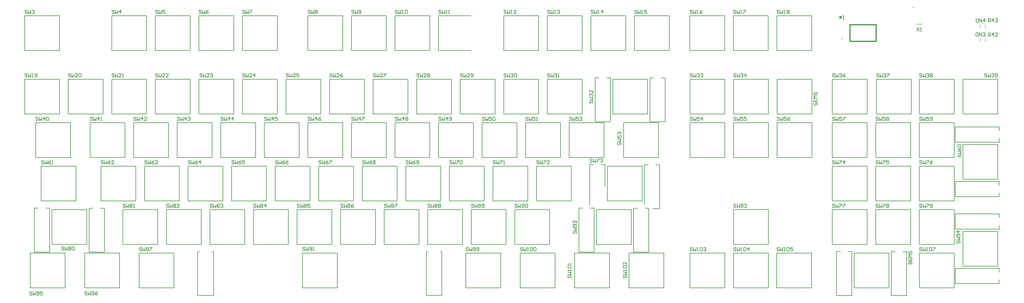
<source format=gto>
G04 Layer_Color=15132400*
%FSTAX42Y42*%
%MOMM*%
G71*
G01*
G75*
%ADD13C,0.25*%
%ADD60C,0.16*%
%ADD61C,0.50*%
%ADD62C,0.20*%
D13*
X039115Y012814D02*
G03*
X039115Y012814I-000011J0D01*
G01*
X036008Y011448D02*
G03*
X036008Y011448I-000013J0D01*
G01*
X03864Y002114D02*
X038808D01*
X038138D02*
X038305D01*
X03625Y002124D02*
X036418D01*
X035748D02*
X035915D01*
X035748Y000194D02*
Y002124D01*
Y000194D02*
X036418D01*
Y002124D01*
X036516Y002056D02*
X03804D01*
Y000532D02*
Y002056D01*
X036516Y000532D02*
X03804D01*
X036516D02*
Y002056D01*
X038138Y000194D02*
X038808D01*
X038138D02*
Y002114D01*
X038808Y000194D02*
Y002114D01*
X027368Y004019D02*
X027535D01*
X026865D02*
X027033D01*
X024978Y004029D02*
X025145D01*
X024475D02*
X024643D01*
X024475Y002099D02*
Y004029D01*
Y002099D02*
X025145D01*
Y004029D01*
X025243Y003961D02*
X026767D01*
Y002437D02*
Y003961D01*
X025243Y002437D02*
X026767D01*
X025243D02*
Y003961D01*
X026865Y002099D02*
X027535D01*
X026865D02*
Y004019D01*
X027535Y002099D02*
Y004019D01*
X027844Y005924D02*
X028011D01*
X027341D02*
X027509D01*
X025454Y005934D02*
X025621D01*
X024951D02*
X025119D01*
X024951Y004153D02*
Y005934D01*
X025621Y004971D02*
Y005934D01*
X025719Y005866D02*
X027243D01*
Y004342D02*
Y005866D01*
X025719Y004342D02*
X027243D01*
X025719D02*
Y005866D01*
X028011Y004004D02*
Y005924D01*
X028082Y009734D02*
X028249D01*
X02758D02*
X027747D01*
X025692Y009744D02*
X02586D01*
X02519D02*
X025357D01*
X02519Y007814D02*
Y009744D01*
Y007814D02*
X02586D01*
Y009744D01*
X025958Y009676D02*
X027482D01*
Y008152D02*
Y009676D01*
X025958Y008152D02*
X027482D01*
X025958D02*
Y009676D01*
X02758Y007814D02*
X028249D01*
X02758D02*
Y009734D01*
X028249Y007814D02*
Y009734D01*
X017807Y002119D02*
X017883D01*
X018417D02*
X01848D01*
Y000202D02*
Y002119D01*
X017807Y000202D02*
X01848D01*
X017807D02*
Y002119D01*
X007812D02*
X007901D01*
X008422D02*
X008498D01*
Y000202D02*
Y002119D01*
X0078Y000202D02*
X008498D01*
X0078D02*
Y002107D01*
X012384Y000532D02*
Y002056D01*
Y000532D02*
X013908D01*
Y002056D01*
X012384D02*
X013908D01*
X00024Y01094D02*
Y012464D01*
Y01094D02*
X001764D01*
Y012464D01*
X00024D02*
X001764D01*
X00405Y01094D02*
Y012464D01*
Y01094D02*
X005574D01*
Y012464D01*
X00405D02*
X005574D01*
X005955Y01094D02*
Y012464D01*
Y01094D02*
X007479D01*
Y012464D01*
X005955D02*
X007479D01*
X00786Y01094D02*
Y012464D01*
Y01094D02*
X009384D01*
Y012464D01*
X00786D02*
X009384D01*
X009765Y01094D02*
Y012464D01*
Y01094D02*
X011289D01*
Y012464D01*
X009765D02*
X011289D01*
X012622Y01094D02*
Y012464D01*
Y01094D02*
X014146D01*
Y012464D01*
X012622D02*
X014146D01*
X014527Y01094D02*
Y012464D01*
Y01094D02*
X016051D01*
Y012464D01*
X014527D02*
X016051D01*
X016432Y01094D02*
Y012464D01*
Y01094D02*
X017957D01*
Y012464D01*
X016432D02*
X017957D01*
X018338Y01094D02*
Y012464D01*
Y01094D02*
X01976D01*
X018338Y012464D02*
X01976D01*
X021195Y01094D02*
Y012464D01*
Y01094D02*
X022719D01*
Y012464D01*
X021195D02*
X022719D01*
X0231Y01094D02*
Y012464D01*
Y01094D02*
X024624D01*
Y012464D01*
X0231D02*
X024624D01*
X025005Y01094D02*
Y012464D01*
Y01094D02*
X026529D01*
Y012464D01*
X025005D02*
X026529D01*
X02691Y01094D02*
Y012464D01*
Y01094D02*
X028434D01*
Y012464D01*
X02691D02*
X028434D01*
X02933Y01094D02*
Y012464D01*
Y01094D02*
X030854D01*
Y012464D01*
X02933D02*
X030854D01*
X031235Y01094D02*
Y012464D01*
Y01094D02*
X032759D01*
Y012464D01*
X031235D02*
X032759D01*
X03314Y01094D02*
Y012464D01*
Y01094D02*
X034664D01*
Y012464D01*
X03314D02*
X034664D01*
X00024Y008152D02*
Y009676D01*
Y008152D02*
X001764D01*
Y009676D01*
X00024D02*
X001764D01*
X002145Y008152D02*
Y009676D01*
Y008152D02*
X003669D01*
Y009676D01*
X002145D02*
X003669D01*
X00405Y008152D02*
Y009676D01*
Y008152D02*
X005574D01*
Y009676D01*
X00405D02*
X005574D01*
X005955Y008152D02*
Y009676D01*
Y008152D02*
X007479D01*
Y009676D01*
X005955D02*
X007479D01*
X009765Y008152D02*
Y009676D01*
Y008152D02*
X011289D01*
Y009676D01*
X009765D02*
X011289D01*
X01167Y008152D02*
Y009676D01*
Y008152D02*
X013194D01*
Y009676D01*
X01167D02*
X013194D01*
X013575Y008152D02*
Y009676D01*
Y008152D02*
X015099D01*
Y009676D01*
X013575D02*
X015099D01*
X01548Y008152D02*
Y009676D01*
Y008152D02*
X017004D01*
Y009676D01*
X01548D02*
X017004D01*
X017385Y008152D02*
Y009676D01*
Y008152D02*
X018909D01*
Y009676D01*
X017385D02*
X018909D01*
X01929Y008152D02*
Y009676D01*
Y008152D02*
X020814D01*
Y009676D01*
X01929D02*
X020814D01*
X021195Y008152D02*
Y009676D01*
Y008152D02*
X022719D01*
Y009676D01*
X021195D02*
X022719D01*
X0231Y008152D02*
Y009676D01*
Y008152D02*
X024624D01*
Y009676D01*
X0231D02*
X024624D01*
X029334Y008152D02*
Y009676D01*
Y008152D02*
X030858D01*
Y009676D01*
X029334D02*
X030858D01*
X031239Y008152D02*
Y009676D01*
Y008152D02*
X032763D01*
Y009676D01*
X031239D02*
X032763D01*
X035563Y008152D02*
Y009676D01*
Y008152D02*
X037087D01*
Y009676D01*
X035563D02*
X037087D01*
X037488Y008152D02*
Y009676D01*
Y008152D02*
X039012D01*
Y009676D01*
X037488D02*
X039012D01*
X039373Y008152D02*
Y009676D01*
Y008152D02*
X040897D01*
Y009676D01*
X039373D02*
X040897D01*
X000716Y006247D02*
Y007771D01*
Y006247D02*
X00224D01*
Y007771D01*
X000716D02*
X00224D01*
X003098Y006247D02*
Y007771D01*
Y006247D02*
X004622D01*
Y007771D01*
X003098D02*
X004622D01*
X005003Y006247D02*
Y007771D01*
Y006247D02*
X006526D01*
Y007771D01*
X005003D02*
X006526D01*
X006907Y006247D02*
Y007771D01*
Y006247D02*
X008432D01*
Y007771D01*
X006907D02*
X008432D01*
X008812Y006247D02*
Y007771D01*
Y006247D02*
X010336D01*
Y007771D01*
X008812D02*
X010336D01*
X010718Y006247D02*
Y007771D01*
Y006247D02*
X012242D01*
Y007771D01*
X010718D02*
X012242D01*
X012622Y006247D02*
Y007771D01*
Y006247D02*
X014146D01*
Y007771D01*
X012622D02*
X014146D01*
X014527Y006247D02*
Y007771D01*
Y006247D02*
X016051D01*
Y007771D01*
X014527D02*
X016051D01*
X016432Y006247D02*
Y007771D01*
Y006247D02*
X017957D01*
Y007771D01*
X016432D02*
X017957D01*
X018338Y006247D02*
Y007771D01*
Y006247D02*
X019862D01*
Y007771D01*
X018338D02*
X019862D01*
X020243Y006247D02*
Y007771D01*
Y006247D02*
X021766D01*
Y007771D01*
X020243D02*
X021766D01*
X022148Y006247D02*
Y007771D01*
Y006247D02*
X023671D01*
Y007771D01*
X022148D02*
X023671D01*
X024052Y006247D02*
Y007771D01*
Y006247D02*
X025576D01*
Y007771D01*
X024052D02*
X025576D01*
X029334Y006247D02*
Y007771D01*
Y006247D02*
X030858D01*
Y007771D01*
X029334D02*
X030858D01*
X031239Y006247D02*
Y007771D01*
Y006247D02*
X032763D01*
Y007771D01*
X031239D02*
X032763D01*
X033143Y006247D02*
Y007771D01*
Y006247D02*
X034667D01*
Y007771D01*
X033143D02*
X034667D01*
X035563Y006247D02*
Y007771D01*
Y006247D02*
X037087D01*
Y007771D01*
X035563D02*
X037087D01*
X037468Y006247D02*
Y007771D01*
Y006247D02*
X038992D01*
Y007771D01*
X037468D02*
X038992D01*
X039373Y006247D02*
Y007771D01*
Y006247D02*
X040897D01*
Y007771D01*
X039373D02*
X040897D01*
X000954Y004342D02*
Y005866D01*
Y004342D02*
X002478D01*
Y005866D01*
X000954D02*
X002478D01*
X003574Y004342D02*
Y005866D01*
Y004342D02*
X005098D01*
Y005866D01*
X003574D02*
X005098D01*
X005479Y004342D02*
Y005866D01*
Y004342D02*
X007003D01*
Y005866D01*
X005479D02*
X007003D01*
X007384Y004342D02*
Y005866D01*
Y004342D02*
X008908D01*
Y005866D01*
X007384D02*
X008908D01*
X009289Y004342D02*
Y005866D01*
Y004342D02*
X010813D01*
Y005866D01*
X009289D02*
X010813D01*
X011194Y004342D02*
Y005866D01*
Y004342D02*
X012718D01*
Y005866D01*
X011194D02*
X012718D01*
X013099Y004342D02*
Y005866D01*
Y004342D02*
X014623D01*
Y005866D01*
X013099D02*
X014623D01*
X015004Y004342D02*
Y005866D01*
Y004342D02*
X016528D01*
Y005866D01*
X015004D02*
X016528D01*
X016909Y004342D02*
Y005866D01*
Y004342D02*
X018433D01*
Y005866D01*
X016909D02*
X018433D01*
X018814Y004342D02*
Y005866D01*
Y004342D02*
X020338D01*
Y005866D01*
X018814D02*
X020338D01*
X020719Y004342D02*
Y005866D01*
Y004342D02*
X022243D01*
Y005866D01*
X020719D02*
X022243D01*
X022624Y004342D02*
Y005866D01*
Y004342D02*
X024148D01*
Y005866D01*
X022624D02*
X024148D01*
X035563Y004342D02*
Y005866D01*
Y004342D02*
X037087D01*
Y005866D01*
X035563D02*
X037087D01*
X037468Y004342D02*
Y005866D01*
Y004342D02*
X038992D01*
Y005866D01*
X037468D02*
X038992D01*
X039373Y004342D02*
Y005866D01*
Y004342D02*
X040897D01*
Y005866D01*
X039373D02*
X040897D01*
X035563Y002437D02*
Y003961D01*
Y002437D02*
X037087D01*
Y003961D01*
X035563D02*
X037087D01*
X037468Y002437D02*
Y003961D01*
Y002437D02*
X038992D01*
Y003961D01*
X037468D02*
X038992D01*
X039373Y002437D02*
Y003961D01*
Y002437D02*
X040897D01*
Y003961D01*
X039373D02*
X040897D01*
X004526Y002437D02*
Y003961D01*
Y002437D02*
X00605D01*
Y003961D01*
X004526D02*
X00605D01*
X006431Y002437D02*
Y003961D01*
Y002437D02*
X007955D01*
Y003961D01*
X006431D02*
X007955D01*
X008336Y002437D02*
Y003961D01*
Y002437D02*
X00986D01*
Y003961D01*
X008336D02*
X00986D01*
X010241Y002437D02*
Y003961D01*
Y002437D02*
X011765D01*
Y003961D01*
X010241D02*
X011765D01*
X012146Y002437D02*
Y003961D01*
Y002437D02*
X01367D01*
Y003961D01*
X012146D02*
X01367D01*
X014051Y002437D02*
Y003961D01*
Y002437D02*
X015575D01*
Y003961D01*
X014051D02*
X015575D01*
X015956Y002437D02*
Y003961D01*
Y002437D02*
X01748D01*
Y003961D01*
X015956D02*
X01748D01*
X017861Y002437D02*
Y003961D01*
Y002437D02*
X019385D01*
Y003961D01*
X017861D02*
X019385D01*
X019766Y002437D02*
Y003961D01*
Y002437D02*
X02129D01*
Y003961D01*
X019766D02*
X02129D01*
X021671Y002437D02*
Y003961D01*
Y002437D02*
X023195D01*
Y003961D01*
X021671D02*
X023195D01*
X031239Y002437D02*
Y003961D01*
Y002437D02*
X032763D01*
Y003961D01*
X031239D02*
X032763D01*
X005241Y000532D02*
Y002056D01*
Y000532D02*
X006765D01*
Y002056D01*
X005241D02*
X006765D01*
X019528Y000532D02*
Y002056D01*
Y000532D02*
X021052D01*
Y002056D01*
X019528D02*
X021052D01*
X021909Y000532D02*
Y002056D01*
Y000532D02*
X023433D01*
Y002056D01*
X021909D02*
X023433D01*
X029334Y000533D02*
Y002057D01*
Y000533D02*
X030858D01*
Y002057D01*
X029334D02*
X030858D01*
X031239Y000533D02*
Y002057D01*
Y000533D02*
X032763D01*
Y002057D01*
X031239D02*
X032763D01*
X033133Y000533D02*
Y002057D01*
Y000533D02*
X034657D01*
Y002057D01*
X033133D02*
X034657D01*
X039373Y000532D02*
Y002056D01*
Y000532D02*
X040897D01*
Y002056D01*
X039373D02*
X040897D01*
X026434Y006247D02*
Y007771D01*
Y006247D02*
X027958D01*
Y007771D01*
X026434D02*
X027958D01*
X024291Y000532D02*
Y002056D01*
Y000532D02*
X025815D01*
Y002056D01*
X024291D02*
X025815D01*
X026672Y000532D02*
Y002056D01*
Y000532D02*
X028196D01*
Y002056D01*
X026672D02*
X028196D01*
X000478Y000533D02*
Y002057D01*
Y000533D02*
X002002D01*
Y002057D01*
X000478D02*
X002002D01*
X002859Y000533D02*
Y002057D01*
Y000533D02*
X004383D01*
Y002057D01*
X002859D02*
X004383D01*
X033143Y008152D02*
Y009676D01*
Y008152D02*
X034667D01*
Y009676D01*
X033143D02*
X034667D01*
X00786Y008152D02*
Y009676D01*
Y008152D02*
X009384D01*
Y009676D01*
X00786D02*
X009384D01*
X003555Y00402D02*
X003722D01*
X003052D02*
X00322D01*
X001165Y00403D02*
X001332D01*
X000662D02*
X00083D01*
X000662Y0021D02*
Y00403D01*
Y0021D02*
X001332D01*
Y00403D01*
X001431Y003962D02*
X002955D01*
Y002438D02*
Y003962D01*
X001431Y002438D02*
X002955D01*
X001431D02*
Y003962D01*
X003052Y0021D02*
X003722D01*
X003052D02*
Y00402D01*
X003722Y0021D02*
Y00402D01*
X04286Y000716D02*
Y000884D01*
Y001219D02*
Y001386D01*
X04287Y003106D02*
Y003274D01*
Y003609D02*
Y003776D01*
X04094D02*
X04287D01*
X04094Y003106D02*
Y003776D01*
Y003106D02*
X04287D01*
X042802Y001484D02*
Y003008D01*
X041278Y001484D02*
X042802D01*
X041278D02*
Y003008D01*
X042802D01*
X04094Y000716D02*
Y001386D01*
X04286D01*
X04094Y000716D02*
X04286D01*
X04286Y004526D02*
Y004694D01*
Y005029D02*
Y005196D01*
X04287Y006916D02*
Y007084D01*
Y007419D02*
Y007586D01*
X04094D02*
X04287D01*
X04094Y006916D02*
Y007586D01*
Y006916D02*
X04287D01*
X042802Y005294D02*
Y006818D01*
X041278Y005294D02*
X042802D01*
X041278D02*
Y006818D01*
X042802D01*
X04094Y004526D02*
Y005196D01*
X04286D01*
X04094Y004526D02*
X04286D01*
X041278Y008152D02*
Y009676D01*
Y008152D02*
X042802D01*
Y009676D01*
X041278D02*
X042802D01*
X027699Y004004D02*
X028011D01*
X027341Y004208D02*
Y005924D01*
X039024Y002029D02*
X039049Y002055D01*
Y002105D01*
X039024Y002131D01*
X038999D01*
X038973Y002105D01*
Y002055D01*
X038948Y002029D01*
X038922D01*
X038897Y002055D01*
Y002105D01*
X038922Y002131D01*
X039049Y001978D02*
X038897D01*
X038948Y001928D01*
X038897Y001877D01*
X039049D01*
X038922Y001826D02*
X038897Y001801D01*
Y00175D01*
X038922Y001724D01*
X039024D01*
X039049Y00175D01*
Y001801D01*
X039024Y001826D01*
X038999D01*
X038973Y001801D01*
Y001724D01*
X039024Y001674D02*
X039049Y001648D01*
Y001598D01*
X039024Y001572D01*
X038999D01*
X038973Y001598D01*
X038948Y001572D01*
X038922D01*
X038897Y001598D01*
Y001648D01*
X038922Y001674D01*
X038948D01*
X038973Y001648D01*
X038999Y001674D01*
X039024D01*
X038973Y001648D02*
Y001598D01*
X012492Y002296D02*
X012467Y002322D01*
X012416D01*
X012391Y002296D01*
Y002271D01*
X012416Y002246D01*
X012467D01*
X012492Y00222D01*
Y002195D01*
X012467Y002169D01*
X012416D01*
X012391Y002195D01*
X012543Y002322D02*
Y002169D01*
X012594Y00222D01*
X012645Y002169D01*
Y002322D01*
X012695Y002195D02*
X012721Y002169D01*
X012772D01*
X012797Y002195D01*
Y002296D01*
X012772Y002322D01*
X012721D01*
X012695Y002296D01*
Y002271D01*
X012721Y002246D01*
X012797D01*
X012848Y002169D02*
X012899D01*
X012873D01*
Y002322D01*
X012848Y002296D01*
X039258Y011935D02*
X03936Y011783D01*
Y011935D02*
X039258Y011783D01*
X039411D02*
X039461D01*
X039436D01*
Y011935D01*
X039411Y01191D01*
X042382Y012183D02*
Y012335D01*
X042458D01*
X042484Y01231D01*
Y012259D01*
X042458Y012234D01*
X042382D01*
X042433D02*
X042484Y012183D01*
X042611D02*
Y012335D01*
X042535Y012259D01*
X042636D01*
X042687Y01231D02*
X042712Y012335D01*
X042763D01*
X042788Y01231D01*
Y012285D01*
X042763Y012259D01*
X042738D01*
X042763D01*
X042788Y012234D01*
Y012208D01*
X042763Y012183D01*
X042712D01*
X042687Y012208D01*
X04238Y011561D02*
Y011714D01*
X042456D01*
X042481Y011688D01*
Y011637D01*
X042456Y011612D01*
X04238D01*
X04243D02*
X042481Y011561D01*
X042608D02*
Y011714D01*
X042532Y011637D01*
X042634D01*
X042786Y011561D02*
X042684D01*
X042786Y011663D01*
Y011688D01*
X04276Y011714D01*
X04271D01*
X042684Y011688D01*
X041923Y012332D02*
X041872D01*
X041846Y012306D01*
Y012205D01*
X041872Y012179D01*
X041923D01*
X041948Y012205D01*
Y012306D01*
X041923Y012332D01*
X041999Y012179D02*
Y012332D01*
X0421Y012179D01*
Y012332D01*
X042227Y012179D02*
Y012332D01*
X042151Y012255D01*
X042253D01*
X04192Y011722D02*
X041869D01*
X041844Y011697D01*
Y011595D01*
X041869Y01157D01*
X04192D01*
X041945Y011595D01*
Y011697D01*
X04192Y011722D01*
X041996Y01157D02*
Y011722D01*
X042097Y01157D01*
Y011722D01*
X042148Y011697D02*
X042174Y011722D01*
X042224D01*
X04225Y011697D01*
Y011671D01*
X042224Y011646D01*
X042199D01*
X042224D01*
X04225Y01162D01*
Y011595D01*
X042224Y01157D01*
X042174D01*
X042148Y011595D01*
X03587Y012449D02*
X035972Y012347D01*
X03587D02*
X035972Y012449D01*
X03587Y012398D02*
X035972D01*
X035921Y012347D02*
Y012449D01*
X036022Y012322D02*
X036073D01*
X036048D01*
Y012474D01*
X036022Y012449D01*
X041022Y002583D02*
X040996Y002558D01*
Y002507D01*
X041022Y002482D01*
X041047D01*
X041073Y002507D01*
Y002558D01*
X041098Y002583D01*
X041123D01*
X041149Y002558D01*
Y002507D01*
X041123Y002482D01*
X040996Y002634D02*
X041149D01*
X041098Y002685D01*
X041149Y002736D01*
X040996D01*
X041123Y002786D02*
X041149Y002812D01*
Y002863D01*
X041123Y002888D01*
X041022D01*
X040996Y002863D01*
Y002812D01*
X041022Y002786D01*
X041047D01*
X041073Y002812D01*
Y002888D01*
X041149Y003015D02*
X040996D01*
X041073Y002939D01*
Y00304D01*
X024251Y003013D02*
X024225Y002988D01*
Y002937D01*
X024251Y002911D01*
X024276D01*
X024301Y002937D01*
Y002988D01*
X024327Y003013D01*
X024352D01*
X024378Y002988D01*
Y002937D01*
X024352Y002911D01*
X024225Y003064D02*
X024378D01*
X024327Y003115D01*
X024378Y003165D01*
X024225D01*
X024352Y003216D02*
X024378Y003242D01*
Y003292D01*
X024352Y003318D01*
X024251D01*
X024225Y003292D01*
Y003242D01*
X024251Y003216D01*
X024276D01*
X024301Y003242D01*
Y003318D01*
X024378Y00347D02*
Y003369D01*
X024276Y00347D01*
X024251D01*
X024225Y003445D01*
Y003394D01*
X024251Y003369D01*
X001958Y00231D02*
X001932Y002336D01*
X001881D01*
X001856Y00231D01*
Y002285D01*
X001881Y002259D01*
X001932D01*
X001958Y002234D01*
Y002209D01*
X001932Y002183D01*
X001881D01*
X001856Y002209D01*
X002008Y002336D02*
Y002183D01*
X002059Y002234D01*
X00211Y002183D01*
Y002336D01*
X002161Y00231D02*
X002186Y002336D01*
X002237D01*
X002262Y00231D01*
Y002285D01*
X002237Y002259D01*
X002262Y002234D01*
Y002209D01*
X002237Y002183D01*
X002186D01*
X002161Y002209D01*
Y002234D01*
X002186Y002259D01*
X002161Y002285D01*
Y00231D01*
X002186Y002259D02*
X002237D01*
X002313Y00231D02*
X002339Y002336D01*
X002389D01*
X002415Y00231D01*
Y002209D01*
X002389Y002183D01*
X002339D01*
X002313Y002209D01*
Y00231D01*
X025065Y006162D02*
X025039Y006188D01*
X024989D01*
X024963Y006162D01*
Y006137D01*
X024989Y006111D01*
X025039D01*
X025065Y006086D01*
Y006061D01*
X025039Y006035D01*
X024989D01*
X024963Y006061D01*
X025116Y006188D02*
Y006035D01*
X025166Y006086D01*
X025217Y006035D01*
Y006188D01*
X025268D02*
X025369D01*
Y006162D01*
X025268Y006061D01*
Y006035D01*
X02542Y006162D02*
X025446Y006188D01*
X025496D01*
X025522Y006162D01*
Y006137D01*
X025496Y006111D01*
X025471D01*
X025496D01*
X025522Y006086D01*
Y006061D01*
X025496Y006035D01*
X025446D01*
X02542Y006061D01*
X041075Y006358D02*
X04105Y006332D01*
Y006281D01*
X041075Y006256D01*
X0411D01*
X041126Y006281D01*
Y006332D01*
X041151Y006358D01*
X041177D01*
X041202Y006332D01*
Y006281D01*
X041177Y006256D01*
X04105Y006408D02*
X041202D01*
X041151Y006459D01*
X041202Y00651D01*
X04105D01*
Y006662D02*
X041075Y006611D01*
X041126Y006561D01*
X041177D01*
X041202Y006586D01*
Y006637D01*
X041177Y006662D01*
X041151D01*
X041126Y006637D01*
Y006561D01*
X041075Y006713D02*
X04105Y006738D01*
Y006789D01*
X041075Y006815D01*
X041177D01*
X041202Y006789D01*
Y006738D01*
X041177Y006713D01*
X041075D01*
X024967Y008732D02*
X024941Y008706D01*
Y008655D01*
X024967Y00863D01*
X024992D01*
X025017Y008655D01*
Y008706D01*
X025043Y008732D01*
X025068D01*
X025093Y008706D01*
Y008655D01*
X025068Y00863D01*
X024941Y008782D02*
X025093D01*
X025043Y008833D01*
X025093Y008884D01*
X024941D01*
X024967Y008935D02*
X024941Y00896D01*
Y009011D01*
X024967Y009036D01*
X024992D01*
X025017Y009011D01*
Y008985D01*
Y009011D01*
X025043Y009036D01*
X025068D01*
X025093Y009011D01*
Y00896D01*
X025068Y008935D01*
X025093Y009189D02*
Y009087D01*
X024992Y009189D01*
X024967D01*
X024941Y009163D01*
Y009112D01*
X024967Y009087D01*
X039483Y002276D02*
X039457Y002301D01*
X039406D01*
X039381Y002276D01*
Y002251D01*
X039406Y002225D01*
X039457D01*
X039483Y0022D01*
Y002174D01*
X039457Y002149D01*
X039406D01*
X039381Y002174D01*
X039533Y002301D02*
Y002149D01*
X039584Y0022D01*
X039635Y002149D01*
Y002301D01*
X039686Y002149D02*
X039736D01*
X039711D01*
Y002301D01*
X039686Y002276D01*
X039813D02*
X039838Y002301D01*
X039889D01*
X039914Y002276D01*
Y002174D01*
X039889Y002149D01*
X039838D01*
X039813Y002174D01*
Y002276D01*
X039965Y002301D02*
X040067D01*
Y002276D01*
X039965Y002174D01*
Y002149D01*
X033242Y002277D02*
X033217Y002302D01*
X033166D01*
X03314Y002277D01*
Y002251D01*
X033166Y002226D01*
X033217D01*
X033242Y002201D01*
Y002175D01*
X033217Y00215D01*
X033166D01*
X03314Y002175D01*
X033293Y002302D02*
Y00215D01*
X033344Y002201D01*
X033394Y00215D01*
Y002302D01*
X033445Y00215D02*
X033496D01*
X033471D01*
Y002302D01*
X033445Y002277D01*
X033572D02*
X033597Y002302D01*
X033648D01*
X033674Y002277D01*
Y002175D01*
X033648Y00215D01*
X033597D01*
X033572Y002175D01*
Y002277D01*
X033826Y002302D02*
X033724D01*
Y002226D01*
X033775Y002251D01*
X033801D01*
X033826Y002226D01*
Y002175D01*
X033801Y00215D01*
X03375D01*
X033724Y002175D01*
X031347Y002277D02*
X031322Y002302D01*
X031271D01*
X031246Y002277D01*
Y002251D01*
X031271Y002226D01*
X031322D01*
X031347Y002201D01*
Y002175D01*
X031322Y00215D01*
X031271D01*
X031246Y002175D01*
X031398Y002302D02*
Y00215D01*
X031449Y002201D01*
X0315Y00215D01*
Y002302D01*
X031551Y00215D02*
X031601D01*
X031576D01*
Y002302D01*
X031551Y002277D01*
X031678D02*
X031703Y002302D01*
X031754D01*
X031779Y002277D01*
Y002175D01*
X031754Y00215D01*
X031703D01*
X031678Y002175D01*
Y002277D01*
X031906Y00215D02*
Y002302D01*
X03183Y002226D01*
X031931D01*
X029443Y002277D02*
X029417Y002302D01*
X029367D01*
X029341Y002277D01*
Y002251D01*
X029367Y002226D01*
X029417D01*
X029443Y002201D01*
Y002175D01*
X029417Y00215D01*
X029367D01*
X029341Y002175D01*
X029493Y002302D02*
Y00215D01*
X029544Y002201D01*
X029595Y00215D01*
Y002302D01*
X029646Y00215D02*
X029697D01*
X029671D01*
Y002302D01*
X029646Y002277D01*
X029773D02*
X029798Y002302D01*
X029849D01*
X029874Y002277D01*
Y002175D01*
X029849Y00215D01*
X029798D01*
X029773Y002175D01*
Y002277D01*
X029925D02*
X029951Y002302D01*
X030001D01*
X030027Y002277D01*
Y002251D01*
X030001Y002226D01*
X029976D01*
X030001D01*
X030027Y002201D01*
Y002175D01*
X030001Y00215D01*
X029951D01*
X029925Y002175D01*
X026439Y001068D02*
X026414Y001043D01*
Y000992D01*
X026439Y000966D01*
X026465D01*
X02649Y000992D01*
Y001043D01*
X026516Y001068D01*
X026541D01*
X026566Y001043D01*
Y000992D01*
X026541Y000966D01*
X026414Y001119D02*
X026566D01*
X026516Y00117D01*
X026566Y00122D01*
X026414D01*
X026566Y001271D02*
Y001322D01*
Y001297D01*
X026414D01*
X026439Y001271D01*
Y001398D02*
X026414Y001424D01*
Y001474D01*
X026439Y0015D01*
X026541D01*
X026566Y001474D01*
Y001424D01*
X026541Y001398D01*
X026439D01*
X026566Y001652D02*
Y001551D01*
X026465Y001652D01*
X026439D01*
X026414Y001627D01*
Y001576D01*
X026439Y001551D01*
X024023Y001068D02*
X023998Y001043D01*
Y000992D01*
X024023Y000966D01*
X024049D01*
X024074Y000992D01*
Y001043D01*
X024099Y001068D01*
X024125D01*
X02415Y001043D01*
Y000992D01*
X024125Y000966D01*
X023998Y001119D02*
X02415D01*
X024099Y00117D01*
X02415Y00122D01*
X023998D01*
X02415Y001271D02*
Y001322D01*
Y001297D01*
X023998D01*
X024023Y001271D01*
Y001398D02*
X023998Y001424D01*
Y001474D01*
X024023Y0015D01*
X024125D01*
X02415Y001474D01*
Y001424D01*
X024125Y001398D01*
X024023D01*
X02415Y001551D02*
Y001601D01*
Y001576D01*
X023998D01*
X024023Y001551D01*
X022019Y002276D02*
X021994Y002302D01*
X021943D01*
X021918Y002276D01*
Y002251D01*
X021943Y002225D01*
X021994D01*
X022019Y0022D01*
Y002175D01*
X021994Y002149D01*
X021943D01*
X021918Y002175D01*
X02207Y002302D02*
Y002149D01*
X022121Y0022D01*
X022172Y002149D01*
Y002302D01*
X022223Y002149D02*
X022273D01*
X022248D01*
Y002302D01*
X022223Y002276D01*
X02235D02*
X022375Y002302D01*
X022426D01*
X022451Y002276D01*
Y002175D01*
X022426Y002149D01*
X022375D01*
X02235Y002175D01*
Y002276D01*
X022502D02*
X022527Y002302D01*
X022578D01*
X022603Y002276D01*
Y002175D01*
X022578Y002149D01*
X022527D01*
X022502Y002175D01*
Y002276D01*
X019638D02*
X019613Y002302D01*
X019562D01*
X019537Y002276D01*
Y002251D01*
X019562Y002225D01*
X019613D01*
X019638Y0022D01*
Y002175D01*
X019613Y002149D01*
X019562D01*
X019537Y002175D01*
X019689Y002302D02*
Y002149D01*
X01974Y0022D01*
X019791Y002149D01*
Y002302D01*
X019841Y002175D02*
X019867Y002149D01*
X019918D01*
X019943Y002175D01*
Y002276D01*
X019918Y002302D01*
X019867D01*
X019841Y002276D01*
Y002251D01*
X019867Y002225D01*
X019943D01*
X019994Y002175D02*
X020019Y002149D01*
X02007D01*
X020095Y002175D01*
Y002276D01*
X02007Y002302D01*
X020019D01*
X019994Y002276D01*
Y002251D01*
X020019Y002225D01*
X020095D01*
X005349Y002276D02*
X005323Y002302D01*
X005273D01*
X005247Y002276D01*
Y002251D01*
X005273Y002225D01*
X005323D01*
X005349Y0022D01*
Y002175D01*
X005323Y002149D01*
X005273D01*
X005247Y002175D01*
X0054Y002302D02*
Y002149D01*
X00545Y0022D01*
X005501Y002149D01*
Y002302D01*
X005552Y002175D02*
X005577Y002149D01*
X005628D01*
X005654Y002175D01*
Y002276D01*
X005628Y002302D01*
X005577D01*
X005552Y002276D01*
Y002251D01*
X005577Y002225D01*
X005654D01*
X005704Y002302D02*
X005806D01*
Y002276D01*
X005704Y002175D01*
Y002149D01*
X00296Y000349D02*
X002934Y000374D01*
X002883D01*
X002858Y000349D01*
Y000323D01*
X002883Y000298D01*
X002934D01*
X00296Y000273D01*
Y000247D01*
X002934Y000222D01*
X002883D01*
X002858Y000247D01*
X00301Y000374D02*
Y000222D01*
X003061Y000273D01*
X003112Y000222D01*
Y000374D01*
X003163Y000247D02*
X003188Y000222D01*
X003239D01*
X003264Y000247D01*
Y000349D01*
X003239Y000374D01*
X003188D01*
X003163Y000349D01*
Y000323D01*
X003188Y000298D01*
X003264D01*
X003417Y000374D02*
X003366Y000349D01*
X003315Y000298D01*
Y000247D01*
X003341Y000222D01*
X003391D01*
X003417Y000247D01*
Y000273D01*
X003391Y000298D01*
X003315D01*
X000562Y000342D02*
X000536Y000367D01*
X000485D01*
X00046Y000342D01*
Y000316D01*
X000485Y000291D01*
X000536D01*
X000562Y000266D01*
Y00024D01*
X000536Y000215D01*
X000485D01*
X00046Y00024D01*
X000612Y000367D02*
Y000215D01*
X000663Y000266D01*
X000714Y000215D01*
Y000367D01*
X000765Y00024D02*
X00079Y000215D01*
X000841D01*
X000866Y00024D01*
Y000342D01*
X000841Y000367D01*
X00079D01*
X000765Y000342D01*
Y000316D01*
X00079Y000291D01*
X000866D01*
X001019Y000367D02*
X000917D01*
Y000291D01*
X000968Y000316D01*
X000993D01*
X001019Y000291D01*
Y00024D01*
X000993Y000215D01*
X000943D01*
X000917Y00024D01*
X031347Y004181D02*
X031322Y004207D01*
X031271D01*
X031246Y004181D01*
Y004156D01*
X031271Y004131D01*
X031322D01*
X031347Y004105D01*
Y00408D01*
X031322Y004054D01*
X031271D01*
X031246Y00408D01*
X031398Y004207D02*
Y004054D01*
X031449Y004105D01*
X0315Y004054D01*
Y004207D01*
X031551Y00408D02*
X031576Y004054D01*
X031627D01*
X031652Y00408D01*
Y004181D01*
X031627Y004207D01*
X031576D01*
X031551Y004181D01*
Y004156D01*
X031576Y004131D01*
X031652D01*
X031703Y004181D02*
X031728Y004207D01*
X031779D01*
X031804Y004181D01*
Y004156D01*
X031779Y004131D01*
X031754D01*
X031779D01*
X031804Y004105D01*
Y00408D01*
X031779Y004054D01*
X031728D01*
X031703Y00408D01*
X02178Y004181D02*
X021755Y004206D01*
X021704D01*
X021678Y004181D01*
Y004156D01*
X021704Y00413D01*
X021755D01*
X02178Y004105D01*
Y004079D01*
X021755Y004054D01*
X021704D01*
X021678Y004079D01*
X021831Y004206D02*
Y004054D01*
X021882Y004105D01*
X021932Y004054D01*
Y004206D01*
X021983Y004079D02*
X022009Y004054D01*
X022059D01*
X022085Y004079D01*
Y004181D01*
X022059Y004206D01*
X022009D01*
X021983Y004181D01*
Y004156D01*
X022009Y00413D01*
X022085D01*
X022136Y004181D02*
X022161Y004206D01*
X022212D01*
X022237Y004181D01*
Y004079D01*
X022212Y004054D01*
X022161D01*
X022136Y004079D01*
Y004181D01*
X019875D02*
X01985Y004206D01*
X019799D01*
X019774Y004181D01*
Y004156D01*
X019799Y00413D01*
X01985D01*
X019875Y004105D01*
Y004079D01*
X01985Y004054D01*
X019799D01*
X019774Y004079D01*
X019926Y004206D02*
Y004054D01*
X019977Y004105D01*
X020027Y004054D01*
Y004206D01*
X020078Y004181D02*
X020104Y004206D01*
X020154D01*
X02018Y004181D01*
Y004156D01*
X020154Y00413D01*
X02018Y004105D01*
Y004079D01*
X020154Y004054D01*
X020104D01*
X020078Y004079D01*
Y004105D01*
X020104Y00413D01*
X020078Y004156D01*
Y004181D01*
X020104Y00413D02*
X020154D01*
X020231Y004079D02*
X020256Y004054D01*
X020307D01*
X020332Y004079D01*
Y004181D01*
X020307Y004206D01*
X020256D01*
X020231Y004181D01*
Y004156D01*
X020256Y00413D01*
X020332D01*
X01797Y004181D02*
X017945Y004206D01*
X017894D01*
X017869Y004181D01*
Y004156D01*
X017894Y00413D01*
X017945D01*
X01797Y004105D01*
Y004079D01*
X017945Y004054D01*
X017894D01*
X017869Y004079D01*
X018021Y004206D02*
Y004054D01*
X018072Y004105D01*
X018123Y004054D01*
Y004206D01*
X018173Y004181D02*
X018199Y004206D01*
X01825D01*
X018275Y004181D01*
Y004156D01*
X01825Y00413D01*
X018275Y004105D01*
Y004079D01*
X01825Y004054D01*
X018199D01*
X018173Y004079D01*
Y004105D01*
X018199Y00413D01*
X018173Y004156D01*
Y004181D01*
X018199Y00413D02*
X01825D01*
X018326Y004181D02*
X018351Y004206D01*
X018402D01*
X018427Y004181D01*
Y004156D01*
X018402Y00413D01*
X018427Y004105D01*
Y004079D01*
X018402Y004054D01*
X018351D01*
X018326Y004079D01*
Y004105D01*
X018351Y00413D01*
X018326Y004156D01*
Y004181D01*
X018351Y00413D02*
X018402D01*
X016065Y004181D02*
X01604Y004206D01*
X015989D01*
X015964Y004181D01*
Y004156D01*
X015989Y00413D01*
X01604D01*
X016065Y004105D01*
Y004079D01*
X01604Y004054D01*
X015989D01*
X015964Y004079D01*
X016116Y004206D02*
Y004054D01*
X016167Y004105D01*
X016218Y004054D01*
Y004206D01*
X016268Y004181D02*
X016294Y004206D01*
X016345D01*
X01637Y004181D01*
Y004156D01*
X016345Y00413D01*
X01637Y004105D01*
Y004079D01*
X016345Y004054D01*
X016294D01*
X016268Y004079D01*
Y004105D01*
X016294Y00413D01*
X016268Y004156D01*
Y004181D01*
X016294Y00413D02*
X016345D01*
X016421Y004206D02*
X016522D01*
Y004181D01*
X016421Y004079D01*
Y004054D01*
X01416Y004181D02*
X014135Y004206D01*
X014084D01*
X014059Y004181D01*
Y004156D01*
X014084Y00413D01*
X014135D01*
X01416Y004105D01*
Y004079D01*
X014135Y004054D01*
X014084D01*
X014059Y004079D01*
X014211Y004206D02*
Y004054D01*
X014262Y004105D01*
X014313Y004054D01*
Y004206D01*
X014363Y004181D02*
X014389Y004206D01*
X01444D01*
X014465Y004181D01*
Y004156D01*
X01444Y00413D01*
X014465Y004105D01*
Y004079D01*
X01444Y004054D01*
X014389D01*
X014363Y004079D01*
Y004105D01*
X014389Y00413D01*
X014363Y004156D01*
Y004181D01*
X014389Y00413D02*
X01444D01*
X014617Y004206D02*
X014567Y004181D01*
X014516Y00413D01*
Y004079D01*
X014541Y004054D01*
X014592D01*
X014617Y004079D01*
Y004105D01*
X014592Y00413D01*
X014516D01*
X012255Y004181D02*
X01223Y004206D01*
X012179D01*
X012154Y004181D01*
Y004156D01*
X012179Y00413D01*
X01223D01*
X012255Y004105D01*
Y004079D01*
X01223Y004054D01*
X012179D01*
X012154Y004079D01*
X012306Y004206D02*
Y004054D01*
X012357Y004105D01*
X012408Y004054D01*
Y004206D01*
X012459Y004181D02*
X012484Y004206D01*
X012535D01*
X01256Y004181D01*
Y004156D01*
X012535Y00413D01*
X01256Y004105D01*
Y004079D01*
X012535Y004054D01*
X012484D01*
X012459Y004079D01*
Y004105D01*
X012484Y00413D01*
X012459Y004156D01*
Y004181D01*
X012484Y00413D02*
X012535D01*
X012712Y004206D02*
X012611D01*
Y00413D01*
X012662Y004156D01*
X012687D01*
X012712Y00413D01*
Y004079D01*
X012687Y004054D01*
X012636D01*
X012611Y004079D01*
X010351Y004181D02*
X010325Y004206D01*
X010274D01*
X010249Y004181D01*
Y004156D01*
X010274Y00413D01*
X010325D01*
X010351Y004105D01*
Y004079D01*
X010325Y004054D01*
X010274D01*
X010249Y004079D01*
X010401Y004206D02*
Y004054D01*
X010452Y004105D01*
X010503Y004054D01*
Y004206D01*
X010554Y004181D02*
X010579Y004206D01*
X01063D01*
X010655Y004181D01*
Y004156D01*
X01063Y00413D01*
X010655Y004105D01*
Y004079D01*
X01063Y004054D01*
X010579D01*
X010554Y004079D01*
Y004105D01*
X010579Y00413D01*
X010554Y004156D01*
Y004181D01*
X010579Y00413D02*
X01063D01*
X010782Y004054D02*
Y004206D01*
X010706Y00413D01*
X010808D01*
X008446Y004181D02*
X00842Y004206D01*
X008369D01*
X008344Y004181D01*
Y004156D01*
X008369Y00413D01*
X00842D01*
X008446Y004105D01*
Y004079D01*
X00842Y004054D01*
X008369D01*
X008344Y004079D01*
X008496Y004206D02*
Y004054D01*
X008547Y004105D01*
X008598Y004054D01*
Y004206D01*
X008649Y004181D02*
X008674Y004206D01*
X008725D01*
X00875Y004181D01*
Y004156D01*
X008725Y00413D01*
X00875Y004105D01*
Y004079D01*
X008725Y004054D01*
X008674D01*
X008649Y004079D01*
Y004105D01*
X008674Y00413D01*
X008649Y004156D01*
Y004181D01*
X008674Y00413D02*
X008725D01*
X008801Y004181D02*
X008826Y004206D01*
X008877D01*
X008903Y004181D01*
Y004156D01*
X008877Y00413D01*
X008852D01*
X008877D01*
X008903Y004105D01*
Y004079D01*
X008877Y004054D01*
X008826D01*
X008801Y004079D01*
X006541Y004181D02*
X006515Y004206D01*
X006465D01*
X006439Y004181D01*
Y004156D01*
X006465Y00413D01*
X006515D01*
X006541Y004105D01*
Y004079D01*
X006515Y004054D01*
X006465D01*
X006439Y004079D01*
X006591Y004206D02*
Y004054D01*
X006642Y004105D01*
X006693Y004054D01*
Y004206D01*
X006744Y004181D02*
X006769Y004206D01*
X00682D01*
X006845Y004181D01*
Y004156D01*
X00682Y00413D01*
X006845Y004105D01*
Y004079D01*
X00682Y004054D01*
X006769D01*
X006744Y004079D01*
Y004105D01*
X006769Y00413D01*
X006744Y004156D01*
Y004181D01*
X006769Y00413D02*
X00682D01*
X006998Y004054D02*
X006896D01*
X006998Y004156D01*
Y004181D01*
X006972Y004206D01*
X006922D01*
X006896Y004181D01*
X004636D02*
X00461Y004206D01*
X00456D01*
X004534Y004181D01*
Y004156D01*
X00456Y00413D01*
X00461D01*
X004636Y004105D01*
Y004079D01*
X00461Y004054D01*
X00456D01*
X004534Y004079D01*
X004687Y004206D02*
Y004054D01*
X004737Y004105D01*
X004788Y004054D01*
Y004206D01*
X004839Y004181D02*
X004864Y004206D01*
X004915D01*
X00494Y004181D01*
Y004156D01*
X004915Y00413D01*
X00494Y004105D01*
Y004079D01*
X004915Y004054D01*
X004864D01*
X004839Y004079D01*
Y004105D01*
X004864Y00413D01*
X004839Y004156D01*
Y004181D01*
X004864Y00413D02*
X004915D01*
X004991Y004054D02*
X005042D01*
X005017D01*
Y004206D01*
X004991Y004181D01*
X039483Y004181D02*
X039457Y004206D01*
X039406D01*
X039381Y004181D01*
Y004155D01*
X039406Y00413D01*
X039457D01*
X039483Y004105D01*
Y004079D01*
X039457Y004054D01*
X039406D01*
X039381Y004079D01*
X039533Y004206D02*
Y004054D01*
X039584Y004105D01*
X039635Y004054D01*
Y004206D01*
X039686D02*
X039787D01*
Y004181D01*
X039686Y004079D01*
Y004054D01*
X039838Y004079D02*
X039863Y004054D01*
X039914D01*
X03994Y004079D01*
Y004181D01*
X039914Y004206D01*
X039863D01*
X039838Y004181D01*
Y004155D01*
X039863Y00413D01*
X03994D01*
X037578Y004181D02*
X037552Y004206D01*
X037501D01*
X037476Y004181D01*
Y004155D01*
X037501Y00413D01*
X037552D01*
X037578Y004105D01*
Y004079D01*
X037552Y004054D01*
X037501D01*
X037476Y004079D01*
X037628Y004206D02*
Y004054D01*
X037679Y004105D01*
X03773Y004054D01*
Y004206D01*
X037781D02*
X037882D01*
Y004181D01*
X037781Y004079D01*
Y004054D01*
X037933Y004181D02*
X037958Y004206D01*
X038009D01*
X038035Y004181D01*
Y004155D01*
X038009Y00413D01*
X038035Y004105D01*
Y004079D01*
X038009Y004054D01*
X037958D01*
X037933Y004079D01*
Y004105D01*
X037958Y00413D01*
X037933Y004155D01*
Y004181D01*
X037958Y00413D02*
X038009D01*
X035673Y004181D02*
X035647Y004206D01*
X035597D01*
X035571Y004181D01*
Y004156D01*
X035597Y00413D01*
X035647D01*
X035673Y004105D01*
Y004079D01*
X035647Y004054D01*
X035597D01*
X035571Y004079D01*
X035723Y004206D02*
Y004054D01*
X035774Y004105D01*
X035825Y004054D01*
Y004206D01*
X035876D02*
X035977D01*
Y004181D01*
X035876Y004079D01*
Y004054D01*
X036028Y004206D02*
X03613D01*
Y004181D01*
X036028Y004079D01*
Y004054D01*
X039482Y006086D02*
X039457Y006111D01*
X039406D01*
X039381Y006086D01*
Y00606D01*
X039406Y006035D01*
X039457D01*
X039482Y00601D01*
Y005984D01*
X039457Y005959D01*
X039406D01*
X039381Y005984D01*
X039533Y006111D02*
Y005959D01*
X039584Y00601D01*
X039635Y005959D01*
Y006111D01*
X039686D02*
X039787D01*
Y006086D01*
X039686Y005984D01*
Y005959D01*
X039939Y006111D02*
X039889Y006086D01*
X039838Y006035D01*
Y005984D01*
X039863Y005959D01*
X039914D01*
X039939Y005984D01*
Y00601D01*
X039914Y006035D01*
X039838D01*
X037578Y006086D02*
X037552Y006111D01*
X037501D01*
X037476Y006086D01*
Y00606D01*
X037501Y006035D01*
X037552D01*
X037578Y00601D01*
Y005984D01*
X037552Y005959D01*
X037501D01*
X037476Y005984D01*
X037628Y006111D02*
Y005959D01*
X037679Y00601D01*
X03773Y005959D01*
Y006111D01*
X037781D02*
X037882D01*
Y006086D01*
X037781Y005984D01*
Y005959D01*
X038035Y006111D02*
X037933D01*
Y006035D01*
X037984Y00606D01*
X038009D01*
X038035Y006035D01*
Y005984D01*
X038009Y005959D01*
X037958D01*
X037933Y005984D01*
X035673Y006086D02*
X035647Y006111D01*
X035597D01*
X035571Y006086D01*
Y00606D01*
X035597Y006035D01*
X035647D01*
X035673Y00601D01*
Y005984D01*
X035647Y005959D01*
X035597D01*
X035571Y005984D01*
X035723Y006111D02*
Y005959D01*
X035774Y00601D01*
X035825Y005959D01*
Y006111D01*
X035876D02*
X035977D01*
Y006086D01*
X035876Y005984D01*
Y005959D01*
X036104D02*
Y006111D01*
X036028Y006035D01*
X03613D01*
X022732Y006086D02*
X022707Y006111D01*
X022656D01*
X022631Y006086D01*
Y006061D01*
X022656Y006035D01*
X022707D01*
X022732Y00601D01*
Y005984D01*
X022707Y005959D01*
X022656D01*
X022631Y005984D01*
X022783Y006111D02*
Y005959D01*
X022834Y00601D01*
X022885Y005959D01*
Y006111D01*
X022936D02*
X023037D01*
Y006086D01*
X022936Y005984D01*
Y005959D01*
X02319D02*
X023088D01*
X02319Y006061D01*
Y006086D01*
X023164Y006111D01*
X023113D01*
X023088Y006086D01*
X020828D02*
X020802Y006111D01*
X020751D01*
X020726Y006086D01*
Y006061D01*
X020751Y006035D01*
X020802D01*
X020828Y00601D01*
Y005984D01*
X020802Y005959D01*
X020751D01*
X020726Y005984D01*
X020878Y006111D02*
Y005959D01*
X020929Y00601D01*
X02098Y005959D01*
Y006111D01*
X021031D02*
X021132D01*
Y006086D01*
X021031Y005984D01*
Y005959D01*
X021183D02*
X021234D01*
X021208D01*
Y006111D01*
X021183Y006086D01*
X018923D02*
X018897Y006111D01*
X018846D01*
X018821Y006086D01*
Y006061D01*
X018846Y006035D01*
X018897D01*
X018923Y00601D01*
Y005984D01*
X018897Y005959D01*
X018846D01*
X018821Y005984D01*
X018973Y006111D02*
Y005959D01*
X019024Y00601D01*
X019075Y005959D01*
Y006111D01*
X019126D02*
X019227D01*
Y006086D01*
X019126Y005984D01*
Y005959D01*
X019278Y006086D02*
X019304Y006111D01*
X019354D01*
X01938Y006086D01*
Y005984D01*
X019354Y005959D01*
X019304D01*
X019278Y005984D01*
Y006086D01*
X017018D02*
X016992Y006111D01*
X016942D01*
X016916Y006086D01*
Y006061D01*
X016942Y006035D01*
X016992D01*
X017018Y00601D01*
Y005984D01*
X016992Y005959D01*
X016942D01*
X016916Y005984D01*
X017069Y006111D02*
Y005959D01*
X017119Y00601D01*
X01717Y005959D01*
Y006111D01*
X017322D02*
X017272Y006086D01*
X017221Y006035D01*
Y005984D01*
X017246Y005959D01*
X017297D01*
X017322Y005984D01*
Y00601D01*
X017297Y006035D01*
X017221D01*
X017373Y005984D02*
X017399Y005959D01*
X017449D01*
X017475Y005984D01*
Y006086D01*
X017449Y006111D01*
X017399D01*
X017373Y006086D01*
Y006061D01*
X017399Y006035D01*
X017475D01*
X015113Y006086D02*
X015087Y006111D01*
X015037D01*
X015011Y006086D01*
Y006061D01*
X015037Y006035D01*
X015087D01*
X015113Y00601D01*
Y005984D01*
X015087Y005959D01*
X015037D01*
X015011Y005984D01*
X015164Y006111D02*
Y005959D01*
X015214Y00601D01*
X015265Y005959D01*
Y006111D01*
X015418D02*
X015367Y006086D01*
X015316Y006035D01*
Y005984D01*
X015341Y005959D01*
X015392D01*
X015418Y005984D01*
Y00601D01*
X015392Y006035D01*
X015316D01*
X015468Y006086D02*
X015494Y006111D01*
X015544D01*
X01557Y006086D01*
Y006061D01*
X015544Y006035D01*
X01557Y00601D01*
Y005984D01*
X015544Y005959D01*
X015494D01*
X015468Y005984D01*
Y00601D01*
X015494Y006035D01*
X015468Y006061D01*
Y006086D01*
X015494Y006035D02*
X015544D01*
X013208Y006086D02*
X013183Y006111D01*
X013132D01*
X013106Y006086D01*
Y006061D01*
X013132Y006035D01*
X013183D01*
X013208Y00601D01*
Y005984D01*
X013183Y005959D01*
X013132D01*
X013106Y005984D01*
X013259Y006111D02*
Y005959D01*
X013309Y00601D01*
X01336Y005959D01*
Y006111D01*
X013513D02*
X013462Y006086D01*
X013411Y006035D01*
Y005984D01*
X013436Y005959D01*
X013487D01*
X013513Y005984D01*
Y00601D01*
X013487Y006035D01*
X013411D01*
X013563Y006111D02*
X013665D01*
Y006086D01*
X013563Y005984D01*
Y005959D01*
X011303Y006086D02*
X011278Y006111D01*
X011227D01*
X011201Y006086D01*
Y006061D01*
X011227Y006035D01*
X011278D01*
X011303Y00601D01*
Y005984D01*
X011278Y005959D01*
X011227D01*
X011201Y005984D01*
X011354Y006111D02*
Y005959D01*
X011405Y00601D01*
X011455Y005959D01*
Y006111D01*
X011608D02*
X011557Y006086D01*
X011506Y006035D01*
Y005984D01*
X011532Y005959D01*
X011582D01*
X011608Y005984D01*
Y00601D01*
X011582Y006035D01*
X011506D01*
X01176Y006111D02*
X011709Y006086D01*
X011658Y006035D01*
Y005984D01*
X011684Y005959D01*
X011735D01*
X01176Y005984D01*
Y00601D01*
X011735Y006035D01*
X011658D01*
X009398Y006086D02*
X009373Y006111D01*
X009322D01*
X009296Y006086D01*
Y006061D01*
X009322Y006035D01*
X009373D01*
X009398Y00601D01*
Y005984D01*
X009373Y005959D01*
X009322D01*
X009296Y005984D01*
X009449Y006111D02*
Y005959D01*
X0095Y00601D01*
X00955Y005959D01*
Y006111D01*
X009703D02*
X009652Y006086D01*
X009601Y006035D01*
Y005984D01*
X009627Y005959D01*
X009677D01*
X009703Y005984D01*
Y00601D01*
X009677Y006035D01*
X009601D01*
X009855Y006111D02*
X009754D01*
Y006035D01*
X009804Y006061D01*
X00983D01*
X009855Y006035D01*
Y005984D01*
X00983Y005959D01*
X009779D01*
X009754Y005984D01*
X007493Y006086D02*
X007468Y006111D01*
X007417D01*
X007392Y006086D01*
Y006061D01*
X007417Y006035D01*
X007468D01*
X007493Y00601D01*
Y005984D01*
X007468Y005959D01*
X007417D01*
X007392Y005984D01*
X007544Y006111D02*
Y005959D01*
X007595Y00601D01*
X007645Y005959D01*
Y006111D01*
X007798D02*
X007747Y006086D01*
X007696Y006035D01*
Y005984D01*
X007722Y005959D01*
X007772D01*
X007798Y005984D01*
Y00601D01*
X007772Y006035D01*
X007696D01*
X007925Y005959D02*
Y006111D01*
X007849Y006035D01*
X00795D01*
X005588Y006086D02*
X005563Y006111D01*
X005512D01*
X005487Y006086D01*
Y006061D01*
X005512Y006035D01*
X005563D01*
X005588Y00601D01*
Y005984D01*
X005563Y005959D01*
X005512D01*
X005487Y005984D01*
X005639Y006111D02*
Y005959D01*
X00569Y00601D01*
X005741Y005959D01*
Y006111D01*
X005893D02*
X005842Y006086D01*
X005791Y006035D01*
Y005984D01*
X005817Y005959D01*
X005868D01*
X005893Y005984D01*
Y00601D01*
X005868Y006035D01*
X005791D01*
X005944Y006086D02*
X005969Y006111D01*
X00602D01*
X006045Y006086D01*
Y006061D01*
X00602Y006035D01*
X005994D01*
X00602D01*
X006045Y00601D01*
Y005984D01*
X00602Y005959D01*
X005969D01*
X005944Y005984D01*
X003683Y006086D02*
X003658Y006111D01*
X003607D01*
X003582Y006086D01*
Y006061D01*
X003607Y006035D01*
X003658D01*
X003683Y00601D01*
Y005984D01*
X003658Y005959D01*
X003607D01*
X003582Y005984D01*
X003734Y006111D02*
Y005959D01*
X003785Y00601D01*
X003836Y005959D01*
Y006111D01*
X003988D02*
X003937Y006086D01*
X003886Y006035D01*
Y005984D01*
X003912Y005959D01*
X003963D01*
X003988Y005984D01*
Y00601D01*
X003963Y006035D01*
X003886D01*
X00414Y005959D02*
X004039D01*
X00414Y006061D01*
Y006086D01*
X004115Y006111D01*
X004064D01*
X004039Y006086D01*
X001062Y006088D02*
X001037Y006113D01*
X000986D01*
X000961Y006088D01*
Y006062D01*
X000986Y006037D01*
X001037D01*
X001062Y006011D01*
Y005986D01*
X001037Y005961D01*
X000986D01*
X000961Y005986D01*
X001113Y006113D02*
Y005961D01*
X001164Y006011D01*
X001215Y005961D01*
Y006113D01*
X001367D02*
X001316Y006088D01*
X001265Y006037D01*
Y005986D01*
X001291Y005961D01*
X001342D01*
X001367Y005986D01*
Y006011D01*
X001342Y006037D01*
X001265D01*
X001418Y005961D02*
X001469D01*
X001443D01*
Y006113D01*
X001418Y006088D01*
X039483Y007993D02*
X039457Y008019D01*
X039406D01*
X039381Y007993D01*
Y007968D01*
X039406Y007942D01*
X039457D01*
X039483Y007917D01*
Y007892D01*
X039457Y007866D01*
X039406D01*
X039381Y007892D01*
X039533Y008019D02*
Y007866D01*
X039584Y007917D01*
X039635Y007866D01*
Y008019D01*
X039787D02*
X039686D01*
Y007942D01*
X039736Y007968D01*
X039762D01*
X039787Y007942D01*
Y007892D01*
X039762Y007866D01*
X039711D01*
X039686Y007892D01*
X039838D02*
X039863Y007866D01*
X039914D01*
X03994Y007892D01*
Y007993D01*
X039914Y008019D01*
X039863D01*
X039838Y007993D01*
Y007968D01*
X039863Y007942D01*
X03994D01*
X037578Y007993D02*
X037552Y008019D01*
X037501D01*
X037476Y007993D01*
Y007968D01*
X037501Y007942D01*
X037552D01*
X037578Y007917D01*
Y007892D01*
X037552Y007866D01*
X037501D01*
X037476Y007892D01*
X037628Y008019D02*
Y007866D01*
X037679Y007917D01*
X03773Y007866D01*
Y008019D01*
X037882D02*
X037781D01*
Y007942D01*
X037831Y007968D01*
X037857D01*
X037882Y007942D01*
Y007892D01*
X037857Y007866D01*
X037806D01*
X037781Y007892D01*
X037933Y007993D02*
X037958Y008019D01*
X038009D01*
X038035Y007993D01*
Y007968D01*
X038009Y007942D01*
X038035Y007917D01*
Y007892D01*
X038009Y007866D01*
X037958D01*
X037933Y007892D01*
Y007917D01*
X037958Y007942D01*
X037933Y007968D01*
Y007993D01*
X037958Y007942D02*
X038009D01*
X035673Y007993D02*
X035647Y008019D01*
X035597D01*
X035571Y007993D01*
Y007968D01*
X035597Y007942D01*
X035647D01*
X035673Y007917D01*
Y007892D01*
X035647Y007866D01*
X035597D01*
X035571Y007892D01*
X035723Y008019D02*
Y007866D01*
X035774Y007917D01*
X035825Y007866D01*
Y008019D01*
X035977D02*
X035876D01*
Y007942D01*
X035927Y007968D01*
X035952D01*
X035977Y007942D01*
Y007892D01*
X035952Y007866D01*
X035901D01*
X035876Y007892D01*
X036028Y008019D02*
X03613D01*
Y007993D01*
X036028Y007892D01*
Y007866D01*
X033252Y007993D02*
X033227Y008019D01*
X033176D01*
X033151Y007993D01*
Y007968D01*
X033176Y007943D01*
X033227D01*
X033252Y007917D01*
Y007892D01*
X033227Y007866D01*
X033176D01*
X033151Y007892D01*
X033303Y008019D02*
Y007866D01*
X033354Y007917D01*
X033404Y007866D01*
Y008019D01*
X033557D02*
X033455D01*
Y007943D01*
X033506Y007968D01*
X033531D01*
X033557Y007943D01*
Y007892D01*
X033531Y007866D01*
X033481D01*
X033455Y007892D01*
X033709Y008019D02*
X033658Y007993D01*
X033608Y007943D01*
Y007892D01*
X033633Y007866D01*
X033684D01*
X033709Y007892D01*
Y007917D01*
X033684Y007943D01*
X033608D01*
X031347Y007993D02*
X031322Y008019D01*
X031271D01*
X031246Y007993D01*
Y007968D01*
X031271Y007943D01*
X031322D01*
X031347Y007917D01*
Y007892D01*
X031322Y007866D01*
X031271D01*
X031246Y007892D01*
X031398Y008019D02*
Y007866D01*
X031449Y007917D01*
X0315Y007866D01*
Y008019D01*
X031652D02*
X031551D01*
Y007943D01*
X031601Y007968D01*
X031627D01*
X031652Y007943D01*
Y007892D01*
X031627Y007866D01*
X031576D01*
X031551Y007892D01*
X031804Y008019D02*
X031703D01*
Y007943D01*
X031754Y007968D01*
X031779D01*
X031804Y007943D01*
Y007892D01*
X031779Y007866D01*
X031728D01*
X031703Y007892D01*
X029443Y007993D02*
X029417Y008019D01*
X029367D01*
X029341Y007993D01*
Y007968D01*
X029367Y007943D01*
X029417D01*
X029443Y007917D01*
Y007892D01*
X029417Y007866D01*
X029367D01*
X029341Y007892D01*
X029493Y008019D02*
Y007866D01*
X029544Y007917D01*
X029595Y007866D01*
Y008019D01*
X029747D02*
X029646D01*
Y007943D01*
X029697Y007968D01*
X029722D01*
X029747Y007943D01*
Y007892D01*
X029722Y007866D01*
X029671D01*
X029646Y007892D01*
X029874Y007866D02*
Y008019D01*
X029798Y007943D01*
X0299D01*
X026197Y006901D02*
X026171Y006875D01*
Y006824D01*
X026197Y006799D01*
X026222D01*
X026248Y006824D01*
Y006875D01*
X026273Y006901D01*
X026298D01*
X026324Y006875D01*
Y006824D01*
X026298Y006799D01*
X026171Y006951D02*
X026324D01*
X026273Y007002D01*
X026324Y007053D01*
X026171D01*
Y007205D02*
Y007104D01*
X026248D01*
X026222Y007154D01*
Y00718D01*
X026248Y007205D01*
X026298D01*
X026324Y00718D01*
Y007129D01*
X026298Y007104D01*
X026197Y007256D02*
X026171Y007281D01*
Y007332D01*
X026197Y007358D01*
X026222D01*
X026248Y007332D01*
Y007307D01*
Y007332D01*
X026273Y007358D01*
X026298D01*
X026324Y007332D01*
Y007281D01*
X026298Y007256D01*
X024161Y007991D02*
X024136Y008016D01*
X024085D01*
X02406Y007991D01*
Y007966D01*
X024085Y00794D01*
X024136D01*
X024161Y007915D01*
Y007889D01*
X024136Y007864D01*
X024085D01*
X02406Y007889D01*
X024212Y008016D02*
Y007864D01*
X024263Y007915D01*
X024314Y007864D01*
Y008016D01*
X024466D02*
X024364D01*
Y00794D01*
X024415Y007966D01*
X02444D01*
X024466Y00794D01*
Y007889D01*
X02444Y007864D01*
X02439D01*
X024364Y007889D01*
X024618Y007864D02*
X024517D01*
X024618Y007966D01*
Y007991D01*
X024593Y008016D01*
X024542D01*
X024517Y007991D01*
X022256D02*
X022231Y008016D01*
X02218D01*
X022155Y007991D01*
Y007966D01*
X02218Y00794D01*
X022231D01*
X022256Y007915D01*
Y007889D01*
X022231Y007864D01*
X02218D01*
X022155Y007889D01*
X022307Y008016D02*
Y007864D01*
X022358Y007915D01*
X022409Y007864D01*
Y008016D01*
X022561D02*
X022459D01*
Y00794D01*
X02251Y007966D01*
X022536D01*
X022561Y00794D01*
Y007889D01*
X022536Y007864D01*
X022485D01*
X022459Y007889D01*
X022612Y007864D02*
X022663D01*
X022637D01*
Y008016D01*
X022612Y007991D01*
X020351D02*
X020326Y008016D01*
X020275D01*
X02025Y007991D01*
Y007966D01*
X020275Y00794D01*
X020326D01*
X020351Y007915D01*
Y007889D01*
X020326Y007864D01*
X020275D01*
X02025Y007889D01*
X020402Y008016D02*
Y007864D01*
X020453Y007915D01*
X020504Y007864D01*
Y008016D01*
X020656D02*
X020554D01*
Y00794D01*
X020605Y007966D01*
X020631D01*
X020656Y00794D01*
Y007889D01*
X020631Y007864D01*
X02058D01*
X020554Y007889D01*
X020707Y007991D02*
X020732Y008016D01*
X020783D01*
X020808Y007991D01*
Y007889D01*
X020783Y007864D01*
X020732D01*
X020707Y007889D01*
Y007991D01*
X018446D02*
X018421Y008016D01*
X01837D01*
X018345Y007991D01*
Y007966D01*
X01837Y00794D01*
X018421D01*
X018446Y007915D01*
Y007889D01*
X018421Y007864D01*
X01837D01*
X018345Y007889D01*
X018497Y008016D02*
Y007864D01*
X018548Y007915D01*
X018599Y007864D01*
Y008016D01*
X018726Y007864D02*
Y008016D01*
X01865Y00794D01*
X018751D01*
X018802Y007889D02*
X018827Y007864D01*
X018878D01*
X018903Y007889D01*
Y007991D01*
X018878Y008016D01*
X018827D01*
X018802Y007991D01*
Y007966D01*
X018827Y00794D01*
X018903D01*
X016542Y007991D02*
X016516Y008016D01*
X016465D01*
X01644Y007991D01*
Y007966D01*
X016465Y00794D01*
X016516D01*
X016542Y007915D01*
Y007889D01*
X016516Y007864D01*
X016465D01*
X01644Y007889D01*
X016592Y008016D02*
Y007864D01*
X016643Y007915D01*
X016694Y007864D01*
Y008016D01*
X016821Y007864D02*
Y008016D01*
X016745Y00794D01*
X016846D01*
X016897Y007991D02*
X016922Y008016D01*
X016973D01*
X016999Y007991D01*
Y007966D01*
X016973Y00794D01*
X016999Y007915D01*
Y007889D01*
X016973Y007864D01*
X016922D01*
X016897Y007889D01*
Y007915D01*
X016922Y00794D01*
X016897Y007966D01*
Y007991D01*
X016922Y00794D02*
X016973D01*
X014637Y007991D02*
X014611Y008016D01*
X01456D01*
X014535Y007991D01*
Y007966D01*
X01456Y00794D01*
X014611D01*
X014637Y007915D01*
Y007889D01*
X014611Y007864D01*
X01456D01*
X014535Y007889D01*
X014687Y008016D02*
Y007864D01*
X014738Y007915D01*
X014789Y007864D01*
Y008016D01*
X014916Y007864D02*
Y008016D01*
X01484Y00794D01*
X014941D01*
X014992Y008016D02*
X015094D01*
Y007991D01*
X014992Y007889D01*
Y007864D01*
X012732Y007991D02*
X012706Y008016D01*
X012655D01*
X01263Y007991D01*
Y007966D01*
X012655Y00794D01*
X012706D01*
X012732Y007915D01*
Y007889D01*
X012706Y007864D01*
X012655D01*
X01263Y007889D01*
X012782Y008016D02*
Y007864D01*
X012833Y007915D01*
X012884Y007864D01*
Y008016D01*
X013011Y007864D02*
Y008016D01*
X012935Y00794D01*
X013036D01*
X013189Y008016D02*
X013138Y007991D01*
X013087Y00794D01*
Y007889D01*
X013113Y007864D01*
X013163D01*
X013189Y007889D01*
Y007915D01*
X013163Y00794D01*
X013087D01*
X010827Y007991D02*
X010801Y008016D01*
X010751D01*
X010725Y007991D01*
Y007966D01*
X010751Y00794D01*
X010801D01*
X010827Y007915D01*
Y007889D01*
X010801Y007864D01*
X010751D01*
X010725Y007889D01*
X010878Y008016D02*
Y007864D01*
X010928Y007915D01*
X010979Y007864D01*
Y008016D01*
X011106Y007864D02*
Y008016D01*
X01103Y00794D01*
X011131D01*
X011284Y008016D02*
X011182D01*
Y00794D01*
X011233Y007966D01*
X011258D01*
X011284Y00794D01*
Y007889D01*
X011258Y007864D01*
X011208D01*
X011182Y007889D01*
X008922Y007991D02*
X008896Y008016D01*
X008846D01*
X00882Y007991D01*
Y007966D01*
X008846Y00794D01*
X008896D01*
X008922Y007915D01*
Y007889D01*
X008896Y007864D01*
X008846D01*
X00882Y007889D01*
X008973Y008016D02*
Y007864D01*
X009023Y007915D01*
X009074Y007864D01*
Y008016D01*
X009201Y007864D02*
Y008016D01*
X009125Y00794D01*
X009227D01*
X009353Y007864D02*
Y008016D01*
X009277Y00794D01*
X009379D01*
X007017Y007991D02*
X006992Y008016D01*
X006941D01*
X006915Y007991D01*
Y007966D01*
X006941Y00794D01*
X006992D01*
X007017Y007915D01*
Y007889D01*
X006992Y007864D01*
X006941D01*
X006915Y007889D01*
X007068Y008016D02*
Y007864D01*
X007118Y007915D01*
X007169Y007864D01*
Y008016D01*
X007296Y007864D02*
Y008016D01*
X00722Y00794D01*
X007322D01*
X007372Y007991D02*
X007398Y008016D01*
X007449D01*
X007474Y007991D01*
Y007966D01*
X007449Y00794D01*
X007423D01*
X007449D01*
X007474Y007915D01*
Y007889D01*
X007449Y007864D01*
X007398D01*
X007372Y007889D01*
X005112Y007993D02*
X005087Y008019D01*
X005036D01*
X00501Y007993D01*
Y007968D01*
X005036Y007943D01*
X005087D01*
X005112Y007917D01*
Y007892D01*
X005087Y007866D01*
X005036D01*
X00501Y007892D01*
X005163Y008019D02*
Y007866D01*
X005214Y007917D01*
X005264Y007866D01*
Y008019D01*
X005391Y007866D02*
Y008019D01*
X005315Y007943D01*
X005417D01*
X005569Y007866D02*
X005467D01*
X005569Y007968D01*
Y007993D01*
X005544Y008019D01*
X005493D01*
X005467Y007993D01*
X003207D02*
X003182Y008019D01*
X003131D01*
X003106Y007993D01*
Y007968D01*
X003131Y007943D01*
X003182D01*
X003207Y007917D01*
Y007892D01*
X003182Y007866D01*
X003131D01*
X003106Y007892D01*
X003258Y008019D02*
Y007866D01*
X003309Y007917D01*
X003359Y007866D01*
Y008019D01*
X003486Y007866D02*
Y008019D01*
X00341Y007943D01*
X003512D01*
X003563Y007866D02*
X003613D01*
X003588D01*
Y008019D01*
X003563Y007993D01*
X000826D02*
X000801Y008019D01*
X00075D01*
X000724Y007993D01*
Y007968D01*
X00075Y007943D01*
X000801D01*
X000826Y007917D01*
Y007892D01*
X000801Y007866D01*
X00075D01*
X000724Y007892D01*
X000877Y008019D02*
Y007866D01*
X000927Y007917D01*
X000978Y007866D01*
Y008019D01*
X001105Y007866D02*
Y008019D01*
X001029Y007943D01*
X001131D01*
X001181Y007993D02*
X001207Y008019D01*
X001258D01*
X001283Y007993D01*
Y007892D01*
X001258Y007866D01*
X001207D01*
X001181Y007892D01*
Y007993D01*
X042322Y009901D02*
X042297Y009926D01*
X042246D01*
X042221Y009901D01*
Y009875D01*
X042246Y00985D01*
X042297D01*
X042322Y009825D01*
Y009799D01*
X042297Y009774D01*
X042246D01*
X042221Y009799D01*
X042373Y009926D02*
Y009774D01*
X042424Y009825D01*
X042475Y009774D01*
Y009926D01*
X042525Y009901D02*
X042551Y009926D01*
X042601D01*
X042627Y009901D01*
Y009875D01*
X042601Y00985D01*
X042576D01*
X042601D01*
X042627Y009825D01*
Y009799D01*
X042601Y009774D01*
X042551D01*
X042525Y009799D01*
X042678D02*
X042703Y009774D01*
X042754D01*
X042779Y009799D01*
Y009901D01*
X042754Y009926D01*
X042703D01*
X042678Y009901D01*
Y009875D01*
X042703Y00985D01*
X042779D01*
X039483Y009898D02*
X039457Y009924D01*
X039406D01*
X039381Y009898D01*
Y009873D01*
X039406Y009847D01*
X039457D01*
X039483Y009822D01*
Y009797D01*
X039457Y009771D01*
X039406D01*
X039381Y009797D01*
X039533Y009924D02*
Y009771D01*
X039584Y009822D01*
X039635Y009771D01*
Y009924D01*
X039686Y009898D02*
X039711Y009924D01*
X039762D01*
X039787Y009898D01*
Y009873D01*
X039762Y009847D01*
X039736D01*
X039762D01*
X039787Y009822D01*
Y009797D01*
X039762Y009771D01*
X039711D01*
X039686Y009797D01*
X039838Y009898D02*
X039863Y009924D01*
X039914D01*
X03994Y009898D01*
Y009873D01*
X039914Y009847D01*
X03994Y009822D01*
Y009797D01*
X039914Y009771D01*
X039863D01*
X039838Y009797D01*
Y009822D01*
X039863Y009847D01*
X039838Y009873D01*
Y009898D01*
X039863Y009847D02*
X039914D01*
X037597Y009898D02*
X037571Y009924D01*
X037521D01*
X037495Y009898D01*
Y009873D01*
X037521Y009847D01*
X037571D01*
X037597Y009822D01*
Y009797D01*
X037571Y009771D01*
X037521D01*
X037495Y009797D01*
X037648Y009924D02*
Y009771D01*
X037698Y009822D01*
X037749Y009771D01*
Y009924D01*
X0378Y009898D02*
X037825Y009924D01*
X037876D01*
X037901Y009898D01*
Y009873D01*
X037876Y009847D01*
X037851D01*
X037876D01*
X037901Y009822D01*
Y009797D01*
X037876Y009771D01*
X037825D01*
X0378Y009797D01*
X037952Y009924D02*
X038054D01*
Y009898D01*
X037952Y009797D01*
Y009771D01*
X035673Y009898D02*
X035647Y009924D01*
X035597D01*
X035571Y009898D01*
Y009873D01*
X035597Y009847D01*
X035647D01*
X035673Y009822D01*
Y009797D01*
X035647Y009771D01*
X035597D01*
X035571Y009797D01*
X035723Y009924D02*
Y009771D01*
X035774Y009822D01*
X035825Y009771D01*
Y009924D01*
X035876Y009898D02*
X035901Y009924D01*
X035952D01*
X035977Y009898D01*
Y009873D01*
X035952Y009847D01*
X035927D01*
X035952D01*
X035977Y009822D01*
Y009797D01*
X035952Y009771D01*
X035901D01*
X035876Y009797D01*
X03613Y009924D02*
X036079Y009898D01*
X036028Y009847D01*
Y009797D01*
X036054Y009771D01*
X036104D01*
X03613Y009797D01*
Y009822D01*
X036104Y009847D01*
X036028D01*
X034875Y008998D02*
X034901Y009024D01*
Y009074D01*
X034875Y0091D01*
X03485D01*
X034825Y009074D01*
Y009024D01*
X034799Y008998D01*
X034774D01*
X034748Y009024D01*
Y009074D01*
X034774Y0091D01*
X034901Y008947D02*
X034748D01*
X034799Y008897D01*
X034748Y008846D01*
X034901D01*
X034875Y008795D02*
X034901Y00877D01*
Y008719D01*
X034875Y008694D01*
X03485D01*
X034825Y008719D01*
Y008744D01*
Y008719D01*
X034799Y008694D01*
X034774D01*
X034748Y008719D01*
Y00877D01*
X034774Y008795D01*
X034901Y008541D02*
Y008643D01*
X034825D01*
X03485Y008592D01*
Y008567D01*
X034825Y008541D01*
X034774D01*
X034748Y008567D01*
Y008617D01*
X034774Y008643D01*
X031347Y009898D02*
X031322Y009924D01*
X031271D01*
X031246Y009898D01*
Y009873D01*
X031271Y009847D01*
X031322D01*
X031347Y009822D01*
Y009797D01*
X031322Y009771D01*
X031271D01*
X031246Y009797D01*
X031398Y009924D02*
Y009771D01*
X031449Y009822D01*
X0315Y009771D01*
Y009924D01*
X031551Y009898D02*
X031576Y009924D01*
X031627D01*
X031652Y009898D01*
Y009873D01*
X031627Y009847D01*
X031601D01*
X031627D01*
X031652Y009822D01*
Y009797D01*
X031627Y009771D01*
X031576D01*
X031551Y009797D01*
X031779Y009771D02*
Y009924D01*
X031703Y009847D01*
X031804D01*
X029443Y009898D02*
X029417Y009924D01*
X029367D01*
X029341Y009898D01*
Y009873D01*
X029367Y009847D01*
X029417D01*
X029443Y009822D01*
Y009797D01*
X029417Y009771D01*
X029367D01*
X029341Y009797D01*
X029493Y009924D02*
Y009771D01*
X029544Y009822D01*
X029595Y009771D01*
Y009924D01*
X029646Y009898D02*
X029671Y009924D01*
X029722D01*
X029747Y009898D01*
Y009873D01*
X029722Y009847D01*
X029697D01*
X029722D01*
X029747Y009822D01*
Y009797D01*
X029722Y009771D01*
X029671D01*
X029646Y009797D01*
X029798Y009898D02*
X029824Y009924D01*
X029874D01*
X0299Y009898D01*
Y009873D01*
X029874Y009847D01*
X029849D01*
X029874D01*
X0299Y009822D01*
Y009797D01*
X029874Y009771D01*
X029824D01*
X029798Y009797D01*
X023209Y009898D02*
X023183Y009924D01*
X023133D01*
X023107Y009898D01*
Y009873D01*
X023133Y009848D01*
X023183D01*
X023209Y009822D01*
Y009797D01*
X023183Y009771D01*
X023133D01*
X023107Y009797D01*
X02326Y009924D02*
Y009771D01*
X02331Y009822D01*
X023361Y009771D01*
Y009924D01*
X023412Y009898D02*
X023437Y009924D01*
X023488D01*
X023513Y009898D01*
Y009873D01*
X023488Y009848D01*
X023463D01*
X023488D01*
X023513Y009822D01*
Y009797D01*
X023488Y009771D01*
X023437D01*
X023412Y009797D01*
X023564Y009771D02*
X023615D01*
X02359D01*
Y009924D01*
X023564Y009898D01*
X021304D02*
X021278Y009924D01*
X021228D01*
X021202Y009898D01*
Y009873D01*
X021228Y009848D01*
X021278D01*
X021304Y009822D01*
Y009797D01*
X021278Y009771D01*
X021228D01*
X021202Y009797D01*
X021355Y009924D02*
Y009771D01*
X021405Y009822D01*
X021456Y009771D01*
Y009924D01*
X021507Y009898D02*
X021532Y009924D01*
X021583D01*
X021609Y009898D01*
Y009873D01*
X021583Y009848D01*
X021558D01*
X021583D01*
X021609Y009822D01*
Y009797D01*
X021583Y009771D01*
X021532D01*
X021507Y009797D01*
X021659Y009898D02*
X021685Y009924D01*
X021735D01*
X021761Y009898D01*
Y009797D01*
X021735Y009771D01*
X021685D01*
X021659Y009797D01*
Y009898D01*
X019399D02*
X019373Y009924D01*
X019323D01*
X019297Y009898D01*
Y009873D01*
X019323Y009848D01*
X019373D01*
X019399Y009822D01*
Y009797D01*
X019373Y009771D01*
X019323D01*
X019297Y009797D01*
X01945Y009924D02*
Y009771D01*
X0195Y009822D01*
X019551Y009771D01*
Y009924D01*
X019704Y009771D02*
X019602D01*
X019704Y009873D01*
Y009898D01*
X019678Y009924D01*
X019627D01*
X019602Y009898D01*
X019754Y009797D02*
X01978Y009771D01*
X019831D01*
X019856Y009797D01*
Y009898D01*
X019831Y009924D01*
X01978D01*
X019754Y009898D01*
Y009873D01*
X01978Y009848D01*
X019856D01*
X017494Y009898D02*
X017469Y009924D01*
X017418D01*
X017392Y009898D01*
Y009873D01*
X017418Y009848D01*
X017469D01*
X017494Y009822D01*
Y009797D01*
X017469Y009771D01*
X017418D01*
X017392Y009797D01*
X017545Y009924D02*
Y009771D01*
X017596Y009822D01*
X017646Y009771D01*
Y009924D01*
X017799Y009771D02*
X017697D01*
X017799Y009873D01*
Y009898D01*
X017773Y009924D01*
X017722D01*
X017697Y009898D01*
X017849D02*
X017875Y009924D01*
X017926D01*
X017951Y009898D01*
Y009873D01*
X017926Y009848D01*
X017951Y009822D01*
Y009797D01*
X017926Y009771D01*
X017875D01*
X017849Y009797D01*
Y009822D01*
X017875Y009848D01*
X017849Y009873D01*
Y009898D01*
X017875Y009848D02*
X017926D01*
X015589Y009898D02*
X015564Y009924D01*
X015513D01*
X015487Y009898D01*
Y009873D01*
X015513Y009848D01*
X015564D01*
X015589Y009822D01*
Y009797D01*
X015564Y009771D01*
X015513D01*
X015487Y009797D01*
X01564Y009924D02*
Y009771D01*
X015691Y009822D01*
X015741Y009771D01*
Y009924D01*
X015894Y009771D02*
X015792D01*
X015894Y009873D01*
Y009898D01*
X015868Y009924D01*
X015818D01*
X015792Y009898D01*
X015945Y009924D02*
X016046D01*
Y009898D01*
X015945Y009797D01*
Y009771D01*
X013684Y009898D02*
X013659Y009924D01*
X013608D01*
X013583Y009898D01*
Y009873D01*
X013608Y009848D01*
X013659D01*
X013684Y009822D01*
Y009797D01*
X013659Y009771D01*
X013608D01*
X013583Y009797D01*
X013735Y009924D02*
Y009771D01*
X013786Y009822D01*
X013836Y009771D01*
Y009924D01*
X013989Y009771D02*
X013887D01*
X013989Y009873D01*
Y009898D01*
X013963Y009924D01*
X013913D01*
X013887Y009898D01*
X014141Y009924D02*
X01409Y009898D01*
X01404Y009848D01*
Y009797D01*
X014065Y009771D01*
X014116D01*
X014141Y009797D01*
Y009822D01*
X014116Y009848D01*
X01404D01*
X011779Y009898D02*
X011754Y009924D01*
X011703D01*
X011678Y009898D01*
Y009873D01*
X011703Y009848D01*
X011754D01*
X011779Y009822D01*
Y009797D01*
X011754Y009771D01*
X011703D01*
X011678Y009797D01*
X01183Y009924D02*
Y009771D01*
X011881Y009822D01*
X011932Y009771D01*
Y009924D01*
X012084Y009771D02*
X011982D01*
X012084Y009873D01*
Y009898D01*
X012059Y009924D01*
X012008D01*
X011982Y009898D01*
X012236Y009924D02*
X012135D01*
Y009848D01*
X012185Y009873D01*
X012211D01*
X012236Y009848D01*
Y009797D01*
X012211Y009771D01*
X01216D01*
X012135Y009797D01*
X009874Y009898D02*
X009849Y009924D01*
X009798D01*
X009773Y009898D01*
Y009873D01*
X009798Y009848D01*
X009849D01*
X009874Y009822D01*
Y009797D01*
X009849Y009771D01*
X009798D01*
X009773Y009797D01*
X009925Y009924D02*
Y009771D01*
X009976Y009822D01*
X010027Y009771D01*
Y009924D01*
X010179Y009771D02*
X010077D01*
X010179Y009873D01*
Y009898D01*
X010154Y009924D01*
X010103D01*
X010077Y009898D01*
X010306Y009771D02*
Y009924D01*
X01023Y009848D01*
X010331D01*
X008002Y009897D02*
X007976Y009922D01*
X007925D01*
X0079Y009897D01*
Y009872D01*
X007925Y009846D01*
X007976D01*
X008002Y009821D01*
Y009795D01*
X007976Y00977D01*
X007925D01*
X0079Y009795D01*
X008052Y009922D02*
Y00977D01*
X008103Y009821D01*
X008154Y00977D01*
Y009922D01*
X008306Y00977D02*
X008205D01*
X008306Y009872D01*
Y009897D01*
X008281Y009922D01*
X00823D01*
X008205Y009897D01*
X008357D02*
X008382Y009922D01*
X008433D01*
X008459Y009897D01*
Y009872D01*
X008433Y009846D01*
X008408D01*
X008433D01*
X008459Y009821D01*
Y009795D01*
X008433Y00977D01*
X008382D01*
X008357Y009795D01*
X006064Y009896D02*
X006039Y009921D01*
X005988D01*
X005963Y009896D01*
Y009871D01*
X005988Y009845D01*
X006039D01*
X006064Y00982D01*
Y009794D01*
X006039Y009769D01*
X005988D01*
X005963Y009794D01*
X006115Y009921D02*
Y009769D01*
X006166Y00982D01*
X006217Y009769D01*
Y009921D01*
X006369Y009769D02*
X006268D01*
X006369Y009871D01*
Y009896D01*
X006344Y009921D01*
X006293D01*
X006268Y009896D01*
X006521Y009769D02*
X00642D01*
X006521Y009871D01*
Y009896D01*
X006496Y009921D01*
X006445D01*
X00642Y009896D01*
X00416Y009898D02*
X004134Y009924D01*
X004083D01*
X004058Y009898D01*
Y009873D01*
X004083Y009848D01*
X004134D01*
X00416Y009822D01*
Y009797D01*
X004134Y009771D01*
X004083D01*
X004058Y009797D01*
X00421Y009924D02*
Y009771D01*
X004261Y009822D01*
X004312Y009771D01*
Y009924D01*
X004464Y009771D02*
X004363D01*
X004464Y009873D01*
Y009898D01*
X004439Y009924D01*
X004388D01*
X004363Y009898D01*
X004515Y009771D02*
X004566D01*
X00454D01*
Y009924D01*
X004515Y009898D01*
X002255D02*
X002229Y009924D01*
X002178D01*
X002153Y009898D01*
Y009873D01*
X002178Y009848D01*
X002229D01*
X002255Y009822D01*
Y009797D01*
X002229Y009771D01*
X002178D01*
X002153Y009797D01*
X002305Y009924D02*
Y009771D01*
X002356Y009822D01*
X002407Y009771D01*
Y009924D01*
X002559Y009771D02*
X002458D01*
X002559Y009873D01*
Y009898D01*
X002534Y009924D01*
X002483D01*
X002458Y009898D01*
X00261D02*
X002635Y009924D01*
X002686D01*
X002712Y009898D01*
Y009797D01*
X002686Y009771D01*
X002635D01*
X00261Y009797D01*
Y009898D01*
X00035D02*
X000324Y009924D01*
X000274D01*
X000248Y009898D01*
Y009873D01*
X000274Y009848D01*
X000324D01*
X00035Y009822D01*
Y009797D01*
X000324Y009771D01*
X000274D01*
X000248Y009797D01*
X0004Y009924D02*
Y009771D01*
X000451Y009822D01*
X000502Y009771D01*
Y009924D01*
X000553Y009771D02*
X000604D01*
X000578D01*
Y009924D01*
X000553Y009898D01*
X00068Y009797D02*
X000705Y009771D01*
X000756D01*
X000781Y009797D01*
Y009898D01*
X000756Y009924D01*
X000705D01*
X00068Y009898D01*
Y009873D01*
X000705Y009848D01*
X000781D01*
X033248Y012685D02*
X033223Y01271D01*
X033172D01*
X033147Y012685D01*
Y012659D01*
X033172Y012634D01*
X033223D01*
X033248Y012609D01*
Y012583D01*
X033223Y012558D01*
X033172D01*
X033147Y012583D01*
X033299Y01271D02*
Y012558D01*
X03335Y012609D01*
X033401Y012558D01*
Y01271D01*
X033452Y012558D02*
X033502D01*
X033477D01*
Y01271D01*
X033452Y012685D01*
X033578D02*
X033604Y01271D01*
X033655D01*
X03368Y012685D01*
Y012659D01*
X033655Y012634D01*
X03368Y012609D01*
Y012583D01*
X033655Y012558D01*
X033604D01*
X033578Y012583D01*
Y012609D01*
X033604Y012634D01*
X033578Y012659D01*
Y012685D01*
X033604Y012634D02*
X033655D01*
X031344Y012685D02*
X031318Y01271D01*
X031267D01*
X031242Y012685D01*
Y012659D01*
X031267Y012634D01*
X031318D01*
X031344Y012609D01*
Y012583D01*
X031318Y012558D01*
X031267D01*
X031242Y012583D01*
X031394Y01271D02*
Y012558D01*
X031445Y012609D01*
X031496Y012558D01*
Y01271D01*
X031547Y012558D02*
X031598D01*
X031572D01*
Y01271D01*
X031547Y012685D01*
X031674Y01271D02*
X031775D01*
Y012685D01*
X031674Y012583D01*
Y012558D01*
X029439Y012685D02*
X029414Y01271D01*
X029363D01*
X029337Y012685D01*
Y012659D01*
X029363Y012634D01*
X029414D01*
X029439Y012609D01*
Y012583D01*
X029414Y012558D01*
X029363D01*
X029337Y012583D01*
X02949Y01271D02*
Y012558D01*
X029541Y012609D01*
X029591Y012558D01*
Y01271D01*
X029642Y012558D02*
X029693D01*
X029667D01*
Y01271D01*
X029642Y012685D01*
X029871Y01271D02*
X02982Y012685D01*
X029769Y012634D01*
Y012583D01*
X029794Y012558D01*
X029845D01*
X029871Y012583D01*
Y012609D01*
X029845Y012634D01*
X029769D01*
X027019Y012685D02*
X026993Y01271D01*
X026942D01*
X026917Y012685D01*
Y012659D01*
X026942Y012634D01*
X026993D01*
X027019Y012609D01*
Y012583D01*
X026993Y012558D01*
X026942D01*
X026917Y012583D01*
X027069Y01271D02*
Y012558D01*
X02712Y012609D01*
X027171Y012558D01*
Y01271D01*
X027222Y012558D02*
X027272D01*
X027247D01*
Y01271D01*
X027222Y012685D01*
X02745Y01271D02*
X027349D01*
Y012634D01*
X027399Y012659D01*
X027425D01*
X02745Y012634D01*
Y012583D01*
X027425Y012558D01*
X027374D01*
X027349Y012583D01*
X025114Y012685D02*
X025088Y01271D01*
X025037D01*
X025012Y012685D01*
Y012659D01*
X025037Y012634D01*
X025088D01*
X025114Y012609D01*
Y012583D01*
X025088Y012558D01*
X025037D01*
X025012Y012583D01*
X025164Y01271D02*
Y012558D01*
X025215Y012609D01*
X025266Y012558D01*
Y01271D01*
X025317Y012558D02*
X025368D01*
X025342D01*
Y01271D01*
X025317Y012685D01*
X02552Y012558D02*
Y01271D01*
X025444Y012634D01*
X025545D01*
X023209Y012685D02*
X023183Y01271D01*
X023133D01*
X023107Y012685D01*
Y012659D01*
X023133Y012634D01*
X023183D01*
X023209Y012609D01*
Y012583D01*
X023183Y012558D01*
X023133D01*
X023107Y012583D01*
X02326Y01271D02*
Y012558D01*
X02331Y012609D01*
X023361Y012558D01*
Y01271D01*
X023412Y012558D02*
X023463D01*
X023437D01*
Y01271D01*
X023412Y012685D01*
X023539D02*
X023564Y01271D01*
X023615D01*
X02364Y012685D01*
Y012659D01*
X023615Y012634D01*
X02359D01*
X023615D01*
X02364Y012609D01*
Y012583D01*
X023615Y012558D01*
X023564D01*
X023539Y012583D01*
X021304Y012685D02*
X021278Y01271D01*
X021228D01*
X021202Y012685D01*
Y012659D01*
X021228Y012634D01*
X021278D01*
X021304Y012609D01*
Y012583D01*
X021278Y012558D01*
X021228D01*
X021202Y012583D01*
X021355Y01271D02*
Y012558D01*
X021405Y012609D01*
X021456Y012558D01*
Y01271D01*
X021507Y012558D02*
X021558D01*
X021532D01*
Y01271D01*
X021507Y012685D01*
X021735Y012558D02*
X021634D01*
X021735Y012659D01*
Y012685D01*
X02171Y01271D01*
X021659D01*
X021634Y012685D01*
X018446D02*
X018421Y01271D01*
X01837D01*
X018345Y012685D01*
Y012659D01*
X01837Y012634D01*
X018421D01*
X018446Y012609D01*
Y012583D01*
X018421Y012558D01*
X01837D01*
X018345Y012583D01*
X018497Y01271D02*
Y012558D01*
X018548Y012609D01*
X018599Y012558D01*
Y01271D01*
X01865Y012558D02*
X0187D01*
X018675D01*
Y01271D01*
X01865Y012685D01*
X018777Y012558D02*
X018827D01*
X018802D01*
Y01271D01*
X018777Y012685D01*
X016542D02*
X016516Y01271D01*
X016465D01*
X01644Y012685D01*
Y012659D01*
X016465Y012634D01*
X016516D01*
X016542Y012609D01*
Y012583D01*
X016516Y012558D01*
X016465D01*
X01644Y012583D01*
X016592Y01271D02*
Y012558D01*
X016643Y012609D01*
X016694Y012558D01*
Y01271D01*
X016745Y012558D02*
X016795D01*
X01677D01*
Y01271D01*
X016745Y012685D01*
X016872D02*
X016897Y01271D01*
X016948D01*
X016973Y012685D01*
Y012583D01*
X016948Y012558D01*
X016897D01*
X016872Y012583D01*
Y012685D01*
X014637D02*
X014611Y01271D01*
X01456D01*
X014535Y012685D01*
Y012659D01*
X01456Y012634D01*
X014611D01*
X014637Y012609D01*
Y012583D01*
X014611Y012558D01*
X01456D01*
X014535Y012583D01*
X014687Y01271D02*
Y012558D01*
X014738Y012609D01*
X014789Y012558D01*
Y01271D01*
X01484Y012583D02*
X014865Y012558D01*
X014916D01*
X014941Y012583D01*
Y012685D01*
X014916Y01271D01*
X014865D01*
X01484Y012685D01*
Y012659D01*
X014865Y012634D01*
X014941D01*
X012732Y012685D02*
X012706Y01271D01*
X012655D01*
X01263Y012685D01*
Y012659D01*
X012655Y012634D01*
X012706D01*
X012732Y012609D01*
Y012583D01*
X012706Y012558D01*
X012655D01*
X01263Y012583D01*
X012782Y01271D02*
Y012558D01*
X012833Y012609D01*
X012884Y012558D01*
Y01271D01*
X012935Y012685D02*
X01296Y01271D01*
X013011D01*
X013036Y012685D01*
Y012659D01*
X013011Y012634D01*
X013036Y012609D01*
Y012583D01*
X013011Y012558D01*
X01296D01*
X012935Y012583D01*
Y012609D01*
X01296Y012634D01*
X012935Y012659D01*
Y012685D01*
X01296Y012634D02*
X013011D01*
X009874Y012685D02*
X009849Y01271D01*
X009798D01*
X009773Y012685D01*
Y012659D01*
X009798Y012634D01*
X009849D01*
X009874Y012609D01*
Y012583D01*
X009849Y012558D01*
X009798D01*
X009773Y012583D01*
X009925Y01271D02*
Y012558D01*
X009976Y012609D01*
X010027Y012558D01*
Y01271D01*
X010077D02*
X010179D01*
Y012685D01*
X010077Y012583D01*
Y012558D01*
X007969Y012685D02*
X007944Y01271D01*
X007893D01*
X007868Y012685D01*
Y012659D01*
X007893Y012634D01*
X007944D01*
X007969Y012609D01*
Y012583D01*
X007944Y012558D01*
X007893D01*
X007868Y012583D01*
X00802Y01271D02*
Y012558D01*
X008071Y012609D01*
X008122Y012558D01*
Y01271D01*
X008274D02*
X008223Y012685D01*
X008173Y012634D01*
Y012583D01*
X008198Y012558D01*
X008249D01*
X008274Y012583D01*
Y012609D01*
X008249Y012634D01*
X008173D01*
X006064Y012685D02*
X006039Y01271D01*
X005988D01*
X005963Y012685D01*
Y012659D01*
X005988Y012634D01*
X006039D01*
X006064Y012609D01*
Y012583D01*
X006039Y012558D01*
X005988D01*
X005963Y012583D01*
X006115Y01271D02*
Y012558D01*
X006166Y012609D01*
X006217Y012558D01*
Y01271D01*
X006369D02*
X006268D01*
Y012634D01*
X006318Y012659D01*
X006344D01*
X006369Y012634D01*
Y012583D01*
X006344Y012558D01*
X006293D01*
X006268Y012583D01*
X00416Y012685D02*
X004134Y01271D01*
X004083D01*
X004058Y012685D01*
Y012659D01*
X004083Y012634D01*
X004134D01*
X00416Y012609D01*
Y012583D01*
X004134Y012558D01*
X004083D01*
X004058Y012583D01*
X00421Y01271D02*
Y012558D01*
X004261Y012609D01*
X004312Y012558D01*
Y01271D01*
X004439Y012558D02*
Y01271D01*
X004363Y012634D01*
X004464D01*
X00035Y012685D02*
X000324Y01271D01*
X000274D01*
X000248Y012685D01*
Y012659D01*
X000274Y012634D01*
X000324D01*
X00035Y012609D01*
Y012583D01*
X000324Y012558D01*
X000274D01*
X000248Y012583D01*
X0004Y01271D02*
Y012558D01*
X000451Y012609D01*
X000502Y012558D01*
Y01271D01*
X000553Y012685D02*
X000578Y01271D01*
X000629D01*
X000654Y012685D01*
Y012659D01*
X000629Y012634D01*
X000604D01*
X000629D01*
X000654Y012609D01*
Y012583D01*
X000629Y012558D01*
X000578D01*
X000553Y012583D01*
D60*
X039216Y012088D02*
X039305D01*
X039521D01*
D61*
X036335Y011341D02*
X03748D01*
Y012062D01*
X036335D02*
X03748D01*
X036335Y011341D02*
Y012062D01*
D62*
X042256Y011334D02*
Y011461D01*
X04204Y011334D02*
Y011461D01*
X042256Y011934D02*
Y012061D01*
X04204Y011934D02*
Y012061D01*
M02*

</source>
